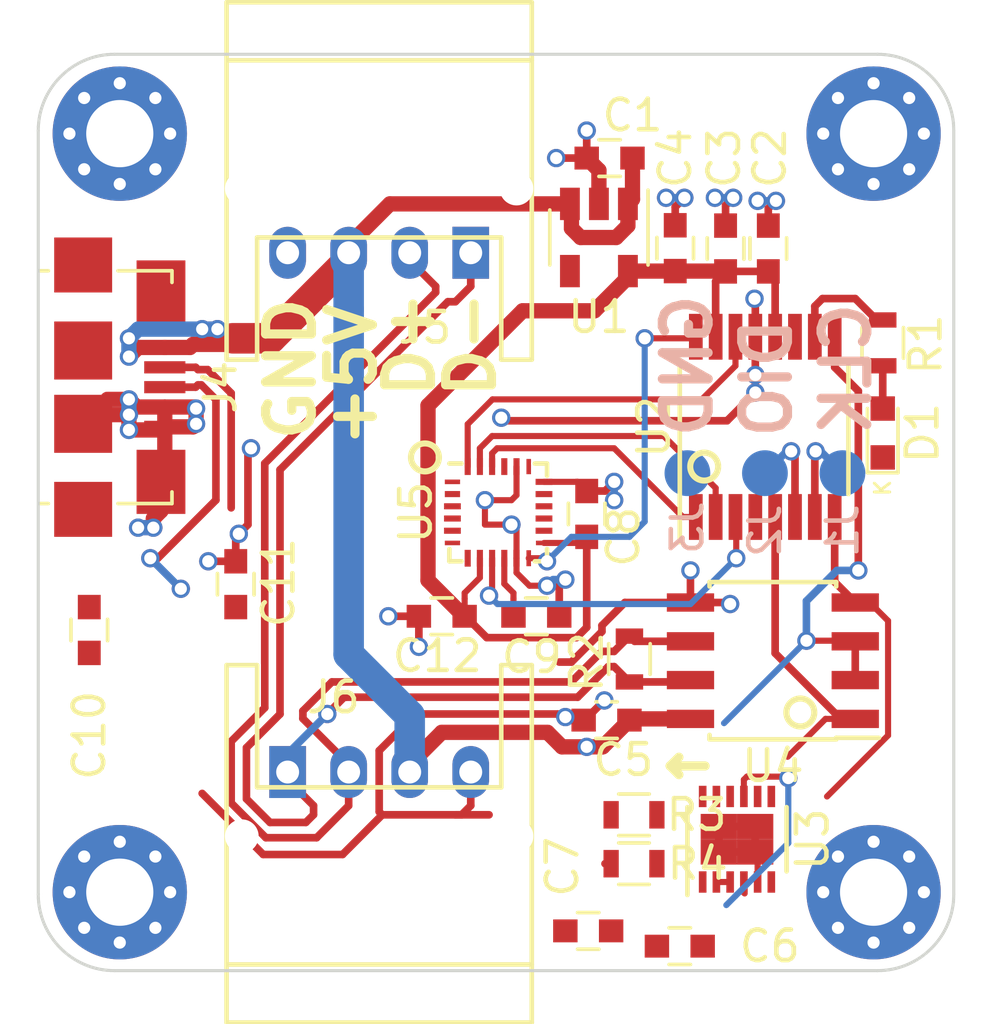
<source format=kicad_pcb>
(kicad_pcb (version 4) (host pcbnew 4.0.7)

  (general
    (links 97)
    (no_connects 13)
    (area 169.878262 109.951648 199.978264 140.05165)
    (thickness 1.6)
    (drawings 144)
    (tracks 361)
    (zones 0)
    (modules 32)
    (nets 26)
  )

  (page A4)
  (layers
    (0 F.Cu signal)
    (31 B.Cu signal)
    (32 B.Adhes user hide)
    (33 F.Adhes user hide)
    (34 B.Paste user hide)
    (35 F.Paste user hide)
    (36 B.SilkS user)
    (37 F.SilkS user)
    (38 B.Mask user)
    (39 F.Mask user)
    (40 Dwgs.User user hide)
    (41 Cmts.User user hide)
    (42 Eco1.User user hide)
    (43 Eco2.User user hide)
    (44 Edge.Cuts user)
    (45 Margin user hide)
    (46 B.CrtYd user hide)
    (47 F.CrtYd user hide)
    (48 B.Fab user hide)
    (49 F.Fab user hide)
  )

  (setup
    (last_trace_width 0.25)
    (user_trace_width 0.2)
    (user_trace_width 0.25)
    (user_trace_width 0.5)
    (user_trace_width 1)
    (trace_clearance 0.1524)
    (zone_clearance 0.25)
    (zone_45_only no)
    (trace_min 0.2)
    (segment_width 0.2)
    (edge_width 0.15)
    (via_size 0.6)
    (via_drill 0.4)
    (via_min_size 0.4)
    (via_min_drill 0.3)
    (uvia_size 0.3)
    (uvia_drill 0.1)
    (uvias_allowed no)
    (uvia_min_size 0.2)
    (uvia_min_drill 0.1)
    (pcb_text_width 0.3)
    (pcb_text_size 1.5 1.5)
    (mod_edge_width 0.15)
    (mod_text_size 1 1)
    (mod_text_width 0.15)
    (pad_size 0.525 0.15)
    (pad_drill 0)
    (pad_to_mask_clearance 0.2)
    (aux_axis_origin 0 0)
    (visible_elements FFFFFF7F)
    (pcbplotparams
      (layerselection 0x01020_00000001)
      (usegerberextensions false)
      (excludeedgelayer true)
      (linewidth 0.100000)
      (plotframeref false)
      (viasonmask false)
      (mode 1)
      (useauxorigin false)
      (hpglpennumber 1)
      (hpglpenspeed 20)
      (hpglpendiameter 15)
      (hpglpenoverlay 2)
      (psnegative false)
      (psa4output false)
      (plotreference true)
      (plotvalue true)
      (plotinvisibletext false)
      (padsonsilk false)
      (subtractmaskfromsilk false)
      (outputformat 1)
      (mirror false)
      (drillshape 0)
      (scaleselection 1)
      (outputdirectory ""))
  )

  (net 0 "")
  (net 1 GND)
  (net 2 +5V)
  (net 3 +1V8)
  (net 4 +3V3)
  (net 5 "Net-(C9-Pad1)")
  (net 6 "Net-(D1-Pad2)")
  (net 7 /SWCLK)
  (net 8 /SWDIO)
  (net 9 /RX_485)
  (net 10 /TX_485)
  (net 11 /MOSI)
  (net 12 /MISO)
  (net 13 /INT)
  (net 14 /USBD-)
  (net 15 /USBD+)
  (net 16 /485+)
  (net 17 /485-)
  (net 18 /D+)
  (net 19 /D-)
  (net 20 /~SS)
  (net 21 /DE/~RE)
  (net 22 /LED)
  (net 23 /SCK)
  (net 24 "Net-(U5-Pad7)")
  (net 25 "Net-(U5-Pad21)")

  (net_class Default "これは標準のネット クラスです。"
    (clearance 0.1524)
    (trace_width 0.25)
    (via_dia 0.6)
    (via_drill 0.4)
    (uvia_dia 0.3)
    (uvia_drill 0.1)
    (add_net +1V8)
    (add_net +3V3)
    (add_net +5V)
    (add_net /485+)
    (add_net /485-)
    (add_net /D+)
    (add_net /D-)
    (add_net /DE/~RE)
    (add_net /INT)
    (add_net /LED)
    (add_net /MISO)
    (add_net /MOSI)
    (add_net /RX_485)
    (add_net /SCK)
    (add_net /SWCLK)
    (add_net /SWDIO)
    (add_net /TX_485)
    (add_net /USBD+)
    (add_net /USBD-)
    (add_net /~SS)
    (add_net GND)
    (add_net "Net-(C9-Pad1)")
    (add_net "Net-(D1-Pad2)")
    (add_net "Net-(U5-Pad21)")
    (add_net "Net-(U5-Pad7)")
  )

  (module Mounting_Holes:MountingHole_2.2mm_M2_Pad_Via (layer F.Cu) (tedit 5C599B51) (tstamp 5C57E100)
    (at 172.6 137.433274)
    (descr "Mounting Hole 2.2mm, M2")
    (tags "mounting hole 2.2mm m2")
    (attr virtual)
    (fp_text reference REF** (at 0 3.566726) (layer F.SilkS) hide
      (effects (font (size 1 1) (thickness 0.15)))
    )
    (fp_text value MountingHole_2.2mm_M2_Pad_Via (at 0 3.2) (layer F.Fab)
      (effects (font (size 1 1) (thickness 0.15)))
    )
    (fp_text user %R (at 0.3 0) (layer F.Fab)
      (effects (font (size 1 1) (thickness 0.15)))
    )
    (fp_circle (center 0 0) (end 2.2 0) (layer Cmts.User) (width 0.15))
    (fp_circle (center 0 0) (end 2.45 0) (layer F.CrtYd) (width 0.05))
    (pad 1 thru_hole circle (at 0 0) (size 4.4 4.4) (drill 2.2) (layers *.Cu *.Mask))
    (pad 1 thru_hole circle (at 1.65 0) (size 0.7 0.7) (drill 0.4) (layers *.Cu *.Mask))
    (pad 1 thru_hole circle (at 1.166726 1.166726) (size 0.7 0.7) (drill 0.4) (layers *.Cu *.Mask))
    (pad 1 thru_hole circle (at 0 1.65) (size 0.7 0.7) (drill 0.4) (layers *.Cu *.Mask))
    (pad 1 thru_hole circle (at -1.166726 1.166726) (size 0.7 0.7) (drill 0.4) (layers *.Cu *.Mask))
    (pad 1 thru_hole circle (at -1.65 0) (size 0.7 0.7) (drill 0.4) (layers *.Cu *.Mask))
    (pad 1 thru_hole circle (at -1.166726 -1.166726) (size 0.7 0.7) (drill 0.4) (layers *.Cu *.Mask))
    (pad 1 thru_hole circle (at 0 -1.65) (size 0.7 0.7) (drill 0.4) (layers *.Cu *.Mask))
    (pad 1 thru_hole circle (at 1.166726 -1.166726) (size 0.7 0.7) (drill 0.4) (layers *.Cu *.Mask))
  )

  (module Mounting_Holes:MountingHole_2.2mm_M2_Pad_Via (layer F.Cu) (tedit 5C599B4D) (tstamp 5C57E0F3)
    (at 197.3 137.433274)
    (descr "Mounting Hole 2.2mm, M2")
    (tags "mounting hole 2.2mm m2")
    (attr virtual)
    (fp_text reference REF** (at 0 3.666726) (layer F.SilkS) hide
      (effects (font (size 1 1) (thickness 0.15)))
    )
    (fp_text value MountingHole_2.2mm_M2_Pad_Via (at 0 3.2) (layer F.Fab)
      (effects (font (size 1 1) (thickness 0.15)))
    )
    (fp_text user %R (at 0.3 0) (layer F.Fab)
      (effects (font (size 1 1) (thickness 0.15)))
    )
    (fp_circle (center 0 0) (end 2.2 0) (layer Cmts.User) (width 0.15))
    (fp_circle (center 0 0) (end 2.45 0) (layer F.CrtYd) (width 0.05))
    (pad 1 thru_hole circle (at 0 0) (size 4.4 4.4) (drill 2.2) (layers *.Cu *.Mask))
    (pad 1 thru_hole circle (at 1.65 0) (size 0.7 0.7) (drill 0.4) (layers *.Cu *.Mask))
    (pad 1 thru_hole circle (at 1.166726 1.166726) (size 0.7 0.7) (drill 0.4) (layers *.Cu *.Mask))
    (pad 1 thru_hole circle (at 0 1.65) (size 0.7 0.7) (drill 0.4) (layers *.Cu *.Mask))
    (pad 1 thru_hole circle (at -1.166726 1.166726) (size 0.7 0.7) (drill 0.4) (layers *.Cu *.Mask))
    (pad 1 thru_hole circle (at -1.65 0) (size 0.7 0.7) (drill 0.4) (layers *.Cu *.Mask))
    (pad 1 thru_hole circle (at -1.166726 -1.166726) (size 0.7 0.7) (drill 0.4) (layers *.Cu *.Mask))
    (pad 1 thru_hole circle (at 0 -1.65) (size 0.7 0.7) (drill 0.4) (layers *.Cu *.Mask))
    (pad 1 thru_hole circle (at 1.166726 -1.166726) (size 0.7 0.7) (drill 0.4) (layers *.Cu *.Mask))
  )

  (module Mounting_Holes:MountingHole_2.2mm_M2_Pad_Via (layer F.Cu) (tedit 5C599B47) (tstamp 5C57E0D9)
    (at 172.6 112.6)
    (descr "Mounting Hole 2.2mm, M2")
    (tags "mounting hole 2.2mm m2")
    (attr virtual)
    (fp_text reference REF** (at 0 -3.2) (layer F.SilkS) hide
      (effects (font (size 1 1) (thickness 0.15)))
    )
    (fp_text value MountingHole_2.2mm_M2_Pad_Via (at 0 3.2) (layer F.Fab)
      (effects (font (size 1 1) (thickness 0.15)))
    )
    (fp_text user %R (at 0.3 0) (layer F.Fab)
      (effects (font (size 1 1) (thickness 0.15)))
    )
    (fp_circle (center 0 0) (end 2.2 0) (layer Cmts.User) (width 0.15))
    (fp_circle (center 0 0) (end 2.45 0) (layer F.CrtYd) (width 0.05))
    (pad 1 thru_hole circle (at 0 0) (size 4.4 4.4) (drill 2.2) (layers *.Cu *.Mask))
    (pad 1 thru_hole circle (at 1.65 0) (size 0.7 0.7) (drill 0.4) (layers *.Cu *.Mask))
    (pad 1 thru_hole circle (at 1.166726 1.166726) (size 0.7 0.7) (drill 0.4) (layers *.Cu *.Mask))
    (pad 1 thru_hole circle (at 0 1.65) (size 0.7 0.7) (drill 0.4) (layers *.Cu *.Mask))
    (pad 1 thru_hole circle (at -1.166726 1.166726) (size 0.7 0.7) (drill 0.4) (layers *.Cu *.Mask))
    (pad 1 thru_hole circle (at -1.65 0) (size 0.7 0.7) (drill 0.4) (layers *.Cu *.Mask))
    (pad 1 thru_hole circle (at -1.166726 -1.166726) (size 0.7 0.7) (drill 0.4) (layers *.Cu *.Mask))
    (pad 1 thru_hole circle (at 0 -1.65) (size 0.7 0.7) (drill 0.4) (layers *.Cu *.Mask))
    (pad 1 thru_hole circle (at 1.166726 -1.166726) (size 0.7 0.7) (drill 0.4) (layers *.Cu *.Mask))
  )

  (module Capacitors_SMD:C_0603 (layer F.Cu) (tedit 59958EE7) (tstamp 5C47C8DF)
    (at 176.4 127.35 90)
    (descr "Capacitor SMD 0603, reflow soldering, AVX (see smccp.pdf)")
    (tags "capacitor 0603")
    (path /5C471A23)
    (attr smd)
    (fp_text reference C11 (at 0.05 1.4 270) (layer F.SilkS)
      (effects (font (size 1 1) (thickness 0.15)))
    )
    (fp_text value 47p (at 0 1.5 90) (layer F.Fab)
      (effects (font (size 1 1) (thickness 0.15)))
    )
    (fp_line (start 1.4 0.65) (end -1.4 0.65) (layer F.CrtYd) (width 0.05))
    (fp_line (start 1.4 0.65) (end 1.4 -0.65) (layer F.CrtYd) (width 0.05))
    (fp_line (start -1.4 -0.65) (end -1.4 0.65) (layer F.CrtYd) (width 0.05))
    (fp_line (start -1.4 -0.65) (end 1.4 -0.65) (layer F.CrtYd) (width 0.05))
    (fp_line (start 0.35 0.6) (end -0.35 0.6) (layer F.SilkS) (width 0.12))
    (fp_line (start -0.35 -0.6) (end 0.35 -0.6) (layer F.SilkS) (width 0.12))
    (fp_line (start -0.8 -0.4) (end 0.8 -0.4) (layer F.Fab) (width 0.1))
    (fp_line (start 0.8 -0.4) (end 0.8 0.4) (layer F.Fab) (width 0.1))
    (fp_line (start 0.8 0.4) (end -0.8 0.4) (layer F.Fab) (width 0.1))
    (fp_line (start -0.8 0.4) (end -0.8 -0.4) (layer F.Fab) (width 0.1))
    (fp_text user %R (at 0 0 90) (layer F.Fab)
      (effects (font (size 0.3 0.3) (thickness 0.075)))
    )
    (pad 2 smd rect (at 0.75 0 90) (size 0.8 0.75) (layers F.Cu F.Paste F.Mask)
      (net 1 GND))
    (pad 1 smd rect (at -0.75 0 90) (size 0.8 0.75) (layers F.Cu F.Paste F.Mask)
      (net 15 /USBD+))
    (model Capacitors_SMD.3dshapes/C_0603.wrl
      (at (xyz 0 0 0))
      (scale (xyz 1 1 1))
      (rotate (xyz 0 0 0))
    )
  )

  (module Housings_SSOP:TSSOP-16_4.4x5mm_Pitch0.65mm (layer F.Cu) (tedit 54130A77) (tstamp 5C47CB0E)
    (at 193.75 122.2 90)
    (descr "16-Lead Plastic Thin Shrink Small Outline (ST)-4.4 mm Body [TSSOP] (see Microchip Packaging Specification 00000049BS.pdf)")
    (tags "SSOP 0.65")
    (path /5C46E023)
    (attr smd)
    (fp_text reference U2 (at 0 -3.65 90) (layer F.SilkS)
      (effects (font (size 1 1) (thickness 0.15)))
    )
    (fp_text value LPC802M001JDH16 (at 0 3.55 90) (layer F.Fab)
      (effects (font (size 1 1) (thickness 0.15)))
    )
    (fp_line (start -1.2 -2.5) (end 2.2 -2.5) (layer F.Fab) (width 0.15))
    (fp_line (start 2.2 -2.5) (end 2.2 2.5) (layer F.Fab) (width 0.15))
    (fp_line (start 2.2 2.5) (end -2.2 2.5) (layer F.Fab) (width 0.15))
    (fp_line (start -2.2 2.5) (end -2.2 -1.5) (layer F.Fab) (width 0.15))
    (fp_line (start -2.2 -1.5) (end -1.2 -2.5) (layer F.Fab) (width 0.15))
    (fp_line (start -3.95 -2.9) (end -3.95 2.8) (layer F.CrtYd) (width 0.05))
    (fp_line (start 3.95 -2.9) (end 3.95 2.8) (layer F.CrtYd) (width 0.05))
    (fp_line (start -3.95 -2.9) (end 3.95 -2.9) (layer F.CrtYd) (width 0.05))
    (fp_line (start -3.95 2.8) (end 3.95 2.8) (layer F.CrtYd) (width 0.05))
    (fp_line (start -2.2 2.725) (end 2.2 2.725) (layer F.SilkS) (width 0.15))
    (fp_line (start -3.775 -2.8) (end 2.2 -2.8) (layer F.SilkS) (width 0.15))
    (fp_text user %R (at 0 0 90) (layer F.Fab)
      (effects (font (size 0.8 0.8) (thickness 0.15)))
    )
    (pad 1 smd rect (at -2.95 -2.275 90) (size 1.5 0.45) (layers F.Cu F.Paste F.Mask)
      (net 20 /~SS))
    (pad 2 smd rect (at -2.95 -1.625 90) (size 1.5 0.45) (layers F.Cu F.Paste F.Mask)
      (net 23 /SCK))
    (pad 3 smd rect (at -2.95 -0.975 90) (size 1.5 0.45) (layers F.Cu F.Paste F.Mask)
      (net 12 /MISO))
    (pad 4 smd rect (at -2.95 -0.325 90) (size 1.5 0.45) (layers F.Cu F.Paste F.Mask))
    (pad 5 smd rect (at -2.95 0.325 90) (size 1.5 0.45) (layers F.Cu F.Paste F.Mask)
      (net 9 /RX_485))
    (pad 6 smd rect (at -2.95 0.975 90) (size 1.5 0.45) (layers F.Cu F.Paste F.Mask)
      (net 8 /SWDIO))
    (pad 7 smd rect (at -2.95 1.625 90) (size 1.5 0.45) (layers F.Cu F.Paste F.Mask)
      (net 7 /SWCLK))
    (pad 8 smd rect (at -2.95 2.275 90) (size 1.5 0.45) (layers F.Cu F.Paste F.Mask)
      (net 10 /TX_485))
    (pad 9 smd rect (at 2.95 2.275 90) (size 1.5 0.45) (layers F.Cu F.Paste F.Mask)
      (net 21 /DE/~RE))
    (pad 10 smd rect (at 2.95 1.625 90) (size 1.5 0.45) (layers F.Cu F.Paste F.Mask)
      (net 22 /LED))
    (pad 11 smd rect (at 2.95 0.975 90) (size 1.5 0.45) (layers F.Cu F.Paste F.Mask))
    (pad 12 smd rect (at 2.95 0.325 90) (size 1.5 0.45) (layers F.Cu F.Paste F.Mask)
      (net 3 +1V8))
    (pad 13 smd rect (at 2.95 -0.325 90) (size 1.5 0.45) (layers F.Cu F.Paste F.Mask)
      (net 1 GND))
    (pad 14 smd rect (at 2.95 -0.975 90) (size 1.5 0.45) (layers F.Cu F.Paste F.Mask)
      (net 11 /MOSI))
    (pad 15 smd rect (at 2.95 -1.625 90) (size 1.5 0.45) (layers F.Cu F.Paste F.Mask)
      (net 3 +1V8))
    (pad 16 smd rect (at 2.95 -2.275 90) (size 1.5 0.45) (layers F.Cu F.Paste F.Mask)
      (net 13 /INT))
    (model ${KISYS3DMOD}/Housings_SSOP.3dshapes/TSSOP-16_4.4x5mm_Pitch0.65mm.wrl
      (at (xyz 0 0 0))
      (scale (xyz 1 1 1))
      (rotate (xyz 0 0 0))
    )
  )

  (module Capacitors_SMD:C_0603 (layer F.Cu) (tedit 59958EE7) (tstamp 5C47C846)
    (at 188.65 113.4 180)
    (descr "Capacitor SMD 0603, reflow soldering, AVX (see smccp.pdf)")
    (tags "capacitor 0603")
    (path /5C473B3C)
    (attr smd)
    (fp_text reference C1 (at -0.75 1.4 180) (layer F.SilkS)
      (effects (font (size 1 1) (thickness 0.15)))
    )
    (fp_text value 1u (at 0 1.5 180) (layer F.Fab)
      (effects (font (size 1 1) (thickness 0.15)))
    )
    (fp_line (start 1.4 0.65) (end -1.4 0.65) (layer F.CrtYd) (width 0.05))
    (fp_line (start 1.4 0.65) (end 1.4 -0.65) (layer F.CrtYd) (width 0.05))
    (fp_line (start -1.4 -0.65) (end -1.4 0.65) (layer F.CrtYd) (width 0.05))
    (fp_line (start -1.4 -0.65) (end 1.4 -0.65) (layer F.CrtYd) (width 0.05))
    (fp_line (start 0.35 0.6) (end -0.35 0.6) (layer F.SilkS) (width 0.12))
    (fp_line (start -0.35 -0.6) (end 0.35 -0.6) (layer F.SilkS) (width 0.12))
    (fp_line (start -0.8 -0.4) (end 0.8 -0.4) (layer F.Fab) (width 0.1))
    (fp_line (start 0.8 -0.4) (end 0.8 0.4) (layer F.Fab) (width 0.1))
    (fp_line (start 0.8 0.4) (end -0.8 0.4) (layer F.Fab) (width 0.1))
    (fp_line (start -0.8 0.4) (end -0.8 -0.4) (layer F.Fab) (width 0.1))
    (fp_text user %R (at 0 0 180) (layer F.Fab)
      (effects (font (size 0.3 0.3) (thickness 0.075)))
    )
    (pad 2 smd rect (at 0.75 0 180) (size 0.8 0.75) (layers F.Cu F.Paste F.Mask)
      (net 1 GND))
    (pad 1 smd rect (at -0.75 0 180) (size 0.8 0.75) (layers F.Cu F.Paste F.Mask)
      (net 2 +5V))
    (model Capacitors_SMD.3dshapes/C_0603.wrl
      (at (xyz 0 0 0))
      (scale (xyz 1 1 1))
      (rotate (xyz 0 0 0))
    )
  )

  (module Capacitors_SMD:C_0603 (layer F.Cu) (tedit 59958EE7) (tstamp 5C47C857)
    (at 193.85 116.3605 90)
    (descr "Capacitor SMD 0603, reflow soldering, AVX (see smccp.pdf)")
    (tags "capacitor 0603")
    (path /5C47624E)
    (attr smd)
    (fp_text reference C2 (at 2.9605 0.05 90) (layer F.SilkS)
      (effects (font (size 1 1) (thickness 0.15)))
    )
    (fp_text value 0.01u (at 0 1.5 90) (layer F.Fab)
      (effects (font (size 1 1) (thickness 0.15)))
    )
    (fp_line (start 1.4 0.65) (end -1.4 0.65) (layer F.CrtYd) (width 0.05))
    (fp_line (start 1.4 0.65) (end 1.4 -0.65) (layer F.CrtYd) (width 0.05))
    (fp_line (start -1.4 -0.65) (end -1.4 0.65) (layer F.CrtYd) (width 0.05))
    (fp_line (start -1.4 -0.65) (end 1.4 -0.65) (layer F.CrtYd) (width 0.05))
    (fp_line (start 0.35 0.6) (end -0.35 0.6) (layer F.SilkS) (width 0.12))
    (fp_line (start -0.35 -0.6) (end 0.35 -0.6) (layer F.SilkS) (width 0.12))
    (fp_line (start -0.8 -0.4) (end 0.8 -0.4) (layer F.Fab) (width 0.1))
    (fp_line (start 0.8 -0.4) (end 0.8 0.4) (layer F.Fab) (width 0.1))
    (fp_line (start 0.8 0.4) (end -0.8 0.4) (layer F.Fab) (width 0.1))
    (fp_line (start -0.8 0.4) (end -0.8 -0.4) (layer F.Fab) (width 0.1))
    (fp_text user %R (at 0 0 90) (layer F.Fab)
      (effects (font (size 0.3 0.3) (thickness 0.075)))
    )
    (pad 2 smd rect (at 0.75 0 90) (size 0.8 0.75) (layers F.Cu F.Paste F.Mask)
      (net 1 GND))
    (pad 1 smd rect (at -0.75 0 90) (size 0.8 0.75) (layers F.Cu F.Paste F.Mask)
      (net 3 +1V8))
    (model Capacitors_SMD.3dshapes/C_0603.wrl
      (at (xyz 0 0 0))
      (scale (xyz 1 1 1))
      (rotate (xyz 0 0 0))
    )
  )

  (module Capacitors_SMD:C_0603 (layer F.Cu) (tedit 59958EE7) (tstamp 5C47C868)
    (at 192.45 116.3605 90)
    (descr "Capacitor SMD 0603, reflow soldering, AVX (see smccp.pdf)")
    (tags "capacitor 0603")
    (path /5C4761B6)
    (attr smd)
    (fp_text reference C3 (at 2.9605 -0.05 90) (layer F.SilkS)
      (effects (font (size 1 1) (thickness 0.15)))
    )
    (fp_text value 0.1u (at 0 1.5 90) (layer F.Fab)
      (effects (font (size 1 1) (thickness 0.15)))
    )
    (fp_line (start 1.4 0.65) (end -1.4 0.65) (layer F.CrtYd) (width 0.05))
    (fp_line (start 1.4 0.65) (end 1.4 -0.65) (layer F.CrtYd) (width 0.05))
    (fp_line (start -1.4 -0.65) (end -1.4 0.65) (layer F.CrtYd) (width 0.05))
    (fp_line (start -1.4 -0.65) (end 1.4 -0.65) (layer F.CrtYd) (width 0.05))
    (fp_line (start 0.35 0.6) (end -0.35 0.6) (layer F.SilkS) (width 0.12))
    (fp_line (start -0.35 -0.6) (end 0.35 -0.6) (layer F.SilkS) (width 0.12))
    (fp_line (start -0.8 -0.4) (end 0.8 -0.4) (layer F.Fab) (width 0.1))
    (fp_line (start 0.8 -0.4) (end 0.8 0.4) (layer F.Fab) (width 0.1))
    (fp_line (start 0.8 0.4) (end -0.8 0.4) (layer F.Fab) (width 0.1))
    (fp_line (start -0.8 0.4) (end -0.8 -0.4) (layer F.Fab) (width 0.1))
    (fp_text user %R (at 0 0 90) (layer F.Fab)
      (effects (font (size 0.3 0.3) (thickness 0.075)))
    )
    (pad 2 smd rect (at 0.75 0 90) (size 0.8 0.75) (layers F.Cu F.Paste F.Mask)
      (net 1 GND))
    (pad 1 smd rect (at -0.75 0 90) (size 0.8 0.75) (layers F.Cu F.Paste F.Mask)
      (net 3 +1V8))
    (model Capacitors_SMD.3dshapes/C_0603.wrl
      (at (xyz 0 0 0))
      (scale (xyz 1 1 1))
      (rotate (xyz 0 0 0))
    )
  )

  (module Capacitors_SMD:C_0603 (layer F.Cu) (tedit 59958EE7) (tstamp 5C47C879)
    (at 190.8 116.35 90)
    (descr "Capacitor SMD 0603, reflow soldering, AVX (see smccp.pdf)")
    (tags "capacitor 0603")
    (path /5C473CC7)
    (attr smd)
    (fp_text reference C4 (at 2.95 0 90) (layer F.SilkS)
      (effects (font (size 1 1) (thickness 0.15)))
    )
    (fp_text value 1u (at 0 1.5 90) (layer F.Fab)
      (effects (font (size 1 1) (thickness 0.15)))
    )
    (fp_line (start 1.4 0.65) (end -1.4 0.65) (layer F.CrtYd) (width 0.05))
    (fp_line (start 1.4 0.65) (end 1.4 -0.65) (layer F.CrtYd) (width 0.05))
    (fp_line (start -1.4 -0.65) (end -1.4 0.65) (layer F.CrtYd) (width 0.05))
    (fp_line (start -1.4 -0.65) (end 1.4 -0.65) (layer F.CrtYd) (width 0.05))
    (fp_line (start 0.35 0.6) (end -0.35 0.6) (layer F.SilkS) (width 0.12))
    (fp_line (start -0.35 -0.6) (end 0.35 -0.6) (layer F.SilkS) (width 0.12))
    (fp_line (start -0.8 -0.4) (end 0.8 -0.4) (layer F.Fab) (width 0.1))
    (fp_line (start 0.8 -0.4) (end 0.8 0.4) (layer F.Fab) (width 0.1))
    (fp_line (start 0.8 0.4) (end -0.8 0.4) (layer F.Fab) (width 0.1))
    (fp_line (start -0.8 0.4) (end -0.8 -0.4) (layer F.Fab) (width 0.1))
    (fp_text user %R (at 0 0 90) (layer F.Fab)
      (effects (font (size 0.3 0.3) (thickness 0.075)))
    )
    (pad 2 smd rect (at 0.75 0 90) (size 0.8 0.75) (layers F.Cu F.Paste F.Mask)
      (net 1 GND))
    (pad 1 smd rect (at -0.75 0 90) (size 0.8 0.75) (layers F.Cu F.Paste F.Mask)
      (net 3 +1V8))
    (model Capacitors_SMD.3dshapes/C_0603.wrl
      (at (xyz 0 0 0))
      (scale (xyz 1 1 1))
      (rotate (xyz 0 0 0))
    )
  )

  (module Capacitors_SMD:C_0603 (layer F.Cu) (tedit 59958EE7) (tstamp 5C47C88A)
    (at 190.95 139.2)
    (descr "Capacitor SMD 0603, reflow soldering, AVX (see smccp.pdf)")
    (tags "capacitor 0603")
    (path /5C472929)
    (attr smd)
    (fp_text reference C6 (at 2.95 0) (layer F.SilkS)
      (effects (font (size 1 1) (thickness 0.15)))
    )
    (fp_text value 0.01u (at 0 1.5) (layer F.Fab)
      (effects (font (size 1 1) (thickness 0.15)))
    )
    (fp_line (start 1.4 0.65) (end -1.4 0.65) (layer F.CrtYd) (width 0.05))
    (fp_line (start 1.4 0.65) (end 1.4 -0.65) (layer F.CrtYd) (width 0.05))
    (fp_line (start -1.4 -0.65) (end -1.4 0.65) (layer F.CrtYd) (width 0.05))
    (fp_line (start -1.4 -0.65) (end 1.4 -0.65) (layer F.CrtYd) (width 0.05))
    (fp_line (start 0.35 0.6) (end -0.35 0.6) (layer F.SilkS) (width 0.12))
    (fp_line (start -0.35 -0.6) (end 0.35 -0.6) (layer F.SilkS) (width 0.12))
    (fp_line (start -0.8 -0.4) (end 0.8 -0.4) (layer F.Fab) (width 0.1))
    (fp_line (start 0.8 -0.4) (end 0.8 0.4) (layer F.Fab) (width 0.1))
    (fp_line (start 0.8 0.4) (end -0.8 0.4) (layer F.Fab) (width 0.1))
    (fp_line (start -0.8 0.4) (end -0.8 -0.4) (layer F.Fab) (width 0.1))
    (fp_text user %R (at 0 0) (layer F.Fab)
      (effects (font (size 0.3 0.3) (thickness 0.075)))
    )
    (pad 2 smd rect (at 0.75 0) (size 0.8 0.75) (layers F.Cu F.Paste F.Mask)
      (net 1 GND))
    (pad 1 smd rect (at -0.75 0) (size 0.8 0.75) (layers F.Cu F.Paste F.Mask)
      (net 2 +5V))
    (model Capacitors_SMD.3dshapes/C_0603.wrl
      (at (xyz 0 0 0))
      (scale (xyz 1 1 1))
      (rotate (xyz 0 0 0))
    )
  )

  (module Capacitors_SMD:C_0603 (layer F.Cu) (tedit 59958EE7) (tstamp 5C47C89B)
    (at 187.95 138.7 180)
    (descr "Capacitor SMD 0603, reflow soldering, AVX (see smccp.pdf)")
    (tags "capacitor 0603")
    (path /5C472340)
    (attr smd)
    (fp_text reference C7 (at 0.85 2.1 450) (layer F.SilkS)
      (effects (font (size 1 1) (thickness 0.15)))
    )
    (fp_text value 0.1u (at 0 1.5 180) (layer F.Fab)
      (effects (font (size 1 1) (thickness 0.15)))
    )
    (fp_line (start 1.4 0.65) (end -1.4 0.65) (layer F.CrtYd) (width 0.05))
    (fp_line (start 1.4 0.65) (end 1.4 -0.65) (layer F.CrtYd) (width 0.05))
    (fp_line (start -1.4 -0.65) (end -1.4 0.65) (layer F.CrtYd) (width 0.05))
    (fp_line (start -1.4 -0.65) (end 1.4 -0.65) (layer F.CrtYd) (width 0.05))
    (fp_line (start 0.35 0.6) (end -0.35 0.6) (layer F.SilkS) (width 0.12))
    (fp_line (start -0.35 -0.6) (end 0.35 -0.6) (layer F.SilkS) (width 0.12))
    (fp_line (start -0.8 -0.4) (end 0.8 -0.4) (layer F.Fab) (width 0.1))
    (fp_line (start 0.8 -0.4) (end 0.8 0.4) (layer F.Fab) (width 0.1))
    (fp_line (start 0.8 0.4) (end -0.8 0.4) (layer F.Fab) (width 0.1))
    (fp_line (start -0.8 0.4) (end -0.8 -0.4) (layer F.Fab) (width 0.1))
    (fp_text user %R (at 0 0 180) (layer F.Fab)
      (effects (font (size 0.3 0.3) (thickness 0.075)))
    )
    (pad 2 smd rect (at 0.75 0 180) (size 0.8 0.75) (layers F.Cu F.Paste F.Mask)
      (net 1 GND))
    (pad 1 smd rect (at -0.75 0 180) (size 0.8 0.75) (layers F.Cu F.Paste F.Mask)
      (net 4 +3V3))
    (model Capacitors_SMD.3dshapes/C_0603.wrl
      (at (xyz 0 0 0))
      (scale (xyz 1 1 1))
      (rotate (xyz 0 0 0))
    )
  )

  (module Capacitors_SMD:C_0603 (layer F.Cu) (tedit 59958EE7) (tstamp 5C47C8AC)
    (at 187.9 125.05 90)
    (descr "Capacitor SMD 0603, reflow soldering, AVX (see smccp.pdf)")
    (tags "capacitor 0603")
    (path /5C4701ED)
    (attr smd)
    (fp_text reference C8 (at -0.75 1.2 90) (layer F.SilkS)
      (effects (font (size 1 1) (thickness 0.15)))
    )
    (fp_text value 0.1u (at 0 1.5 90) (layer F.Fab)
      (effects (font (size 1 1) (thickness 0.15)))
    )
    (fp_line (start 1.4 0.65) (end -1.4 0.65) (layer F.CrtYd) (width 0.05))
    (fp_line (start 1.4 0.65) (end 1.4 -0.65) (layer F.CrtYd) (width 0.05))
    (fp_line (start -1.4 -0.65) (end -1.4 0.65) (layer F.CrtYd) (width 0.05))
    (fp_line (start -1.4 -0.65) (end 1.4 -0.65) (layer F.CrtYd) (width 0.05))
    (fp_line (start 0.35 0.6) (end -0.35 0.6) (layer F.SilkS) (width 0.12))
    (fp_line (start -0.35 -0.6) (end 0.35 -0.6) (layer F.SilkS) (width 0.12))
    (fp_line (start -0.8 -0.4) (end 0.8 -0.4) (layer F.Fab) (width 0.1))
    (fp_line (start 0.8 -0.4) (end 0.8 0.4) (layer F.Fab) (width 0.1))
    (fp_line (start 0.8 0.4) (end -0.8 0.4) (layer F.Fab) (width 0.1))
    (fp_line (start -0.8 0.4) (end -0.8 -0.4) (layer F.Fab) (width 0.1))
    (fp_text user %R (at 0 0 90) (layer F.Fab)
      (effects (font (size 0.3 0.3) (thickness 0.075)))
    )
    (pad 2 smd rect (at 0.75 0 90) (size 0.8 0.75) (layers F.Cu F.Paste F.Mask)
      (net 1 GND))
    (pad 1 smd rect (at -0.75 0 90) (size 0.8 0.75) (layers F.Cu F.Paste F.Mask)
      (net 3 +1V8))
    (model Capacitors_SMD.3dshapes/C_0603.wrl
      (at (xyz 0 0 0))
      (scale (xyz 1 1 1))
      (rotate (xyz 0 0 0))
    )
  )

  (module Capacitors_SMD:C_0603 (layer F.Cu) (tedit 59958EE7) (tstamp 5C47C8BD)
    (at 186.25 128.4)
    (descr "Capacitor SMD 0603, reflow soldering, AVX (see smccp.pdf)")
    (tags "capacitor 0603")
    (path /5C46FE82)
    (attr smd)
    (fp_text reference C9 (at -0.15 1.3335) (layer F.SilkS)
      (effects (font (size 1 1) (thickness 0.15)))
    )
    (fp_text value 0.1u (at 0 1.5) (layer F.Fab)
      (effects (font (size 1 1) (thickness 0.15)))
    )
    (fp_line (start 1.4 0.65) (end -1.4 0.65) (layer F.CrtYd) (width 0.05))
    (fp_line (start 1.4 0.65) (end 1.4 -0.65) (layer F.CrtYd) (width 0.05))
    (fp_line (start -1.4 -0.65) (end -1.4 0.65) (layer F.CrtYd) (width 0.05))
    (fp_line (start -1.4 -0.65) (end 1.4 -0.65) (layer F.CrtYd) (width 0.05))
    (fp_line (start 0.35 0.6) (end -0.35 0.6) (layer F.SilkS) (width 0.12))
    (fp_line (start -0.35 -0.6) (end 0.35 -0.6) (layer F.SilkS) (width 0.12))
    (fp_line (start -0.8 -0.4) (end 0.8 -0.4) (layer F.Fab) (width 0.1))
    (fp_line (start 0.8 -0.4) (end 0.8 0.4) (layer F.Fab) (width 0.1))
    (fp_line (start 0.8 0.4) (end -0.8 0.4) (layer F.Fab) (width 0.1))
    (fp_line (start -0.8 0.4) (end -0.8 -0.4) (layer F.Fab) (width 0.1))
    (fp_text user %R (at 0 0) (layer F.Fab)
      (effects (font (size 0.3 0.3) (thickness 0.075)))
    )
    (pad 2 smd rect (at 0.75 0) (size 0.8 0.75) (layers F.Cu F.Paste F.Mask)
      (net 1 GND))
    (pad 1 smd rect (at -0.75 0) (size 0.8 0.75) (layers F.Cu F.Paste F.Mask)
      (net 5 "Net-(C9-Pad1)"))
    (model Capacitors_SMD.3dshapes/C_0603.wrl
      (at (xyz 0 0 0))
      (scale (xyz 1 1 1))
      (rotate (xyz 0 0 0))
    )
  )

  (module Capacitors_SMD:C_0603 (layer F.Cu) (tedit 59958EE7) (tstamp 5C47C8CE)
    (at 171.6 128.85 270)
    (descr "Capacitor SMD 0603, reflow soldering, AVX (see smccp.pdf)")
    (tags "capacitor 0603")
    (path /5C4719D4)
    (attr smd)
    (fp_text reference C10 (at 3.45 0 270) (layer F.SilkS)
      (effects (font (size 1 1) (thickness 0.15)))
    )
    (fp_text value 47p (at 0 1.5 270) (layer F.Fab)
      (effects (font (size 1 1) (thickness 0.15)))
    )
    (fp_line (start 1.4 0.65) (end -1.4 0.65) (layer F.CrtYd) (width 0.05))
    (fp_line (start 1.4 0.65) (end 1.4 -0.65) (layer F.CrtYd) (width 0.05))
    (fp_line (start -1.4 -0.65) (end -1.4 0.65) (layer F.CrtYd) (width 0.05))
    (fp_line (start -1.4 -0.65) (end 1.4 -0.65) (layer F.CrtYd) (width 0.05))
    (fp_line (start 0.35 0.6) (end -0.35 0.6) (layer F.SilkS) (width 0.12))
    (fp_line (start -0.35 -0.6) (end 0.35 -0.6) (layer F.SilkS) (width 0.12))
    (fp_line (start -0.8 -0.4) (end 0.8 -0.4) (layer F.Fab) (width 0.1))
    (fp_line (start 0.8 -0.4) (end 0.8 0.4) (layer F.Fab) (width 0.1))
    (fp_line (start 0.8 0.4) (end -0.8 0.4) (layer F.Fab) (width 0.1))
    (fp_line (start -0.8 0.4) (end -0.8 -0.4) (layer F.Fab) (width 0.1))
    (fp_text user %R (at 0 0 270) (layer F.Fab)
      (effects (font (size 0.3 0.3) (thickness 0.075)))
    )
    (pad 2 smd rect (at 0.75 0 270) (size 0.8 0.75) (layers F.Cu F.Paste F.Mask)
      (net 1 GND))
    (pad 1 smd rect (at -0.75 0 270) (size 0.8 0.75) (layers F.Cu F.Paste F.Mask)
      (net 14 /USBD-))
    (model Capacitors_SMD.3dshapes/C_0603.wrl
      (at (xyz 0 0 0))
      (scale (xyz 1 1 1))
      (rotate (xyz 0 0 0))
    )
  )

  (module Capacitors_SMD:C_0603 (layer F.Cu) (tedit 59958EE7) (tstamp 5C47C8F0)
    (at 183.15 128.4 180)
    (descr "Capacitor SMD 0603, reflow soldering, AVX (see smccp.pdf)")
    (tags "capacitor 0603")
    (path /5C46FF7F)
    (attr smd)
    (fp_text reference C12 (at 0.15 -1.3 180) (layer F.SilkS)
      (effects (font (size 1 1) (thickness 0.15)))
    )
    (fp_text value 0.1u (at 0 1.5 180) (layer F.Fab)
      (effects (font (size 1 1) (thickness 0.15)))
    )
    (fp_line (start 1.4 0.65) (end -1.4 0.65) (layer F.CrtYd) (width 0.05))
    (fp_line (start 1.4 0.65) (end 1.4 -0.65) (layer F.CrtYd) (width 0.05))
    (fp_line (start -1.4 -0.65) (end -1.4 0.65) (layer F.CrtYd) (width 0.05))
    (fp_line (start -1.4 -0.65) (end 1.4 -0.65) (layer F.CrtYd) (width 0.05))
    (fp_line (start 0.35 0.6) (end -0.35 0.6) (layer F.SilkS) (width 0.12))
    (fp_line (start -0.35 -0.6) (end 0.35 -0.6) (layer F.SilkS) (width 0.12))
    (fp_line (start -0.8 -0.4) (end 0.8 -0.4) (layer F.Fab) (width 0.1))
    (fp_line (start 0.8 -0.4) (end 0.8 0.4) (layer F.Fab) (width 0.1))
    (fp_line (start 0.8 0.4) (end -0.8 0.4) (layer F.Fab) (width 0.1))
    (fp_line (start -0.8 0.4) (end -0.8 -0.4) (layer F.Fab) (width 0.1))
    (fp_text user %R (at 0 0 180) (layer F.Fab)
      (effects (font (size 0.3 0.3) (thickness 0.075)))
    )
    (pad 2 smd rect (at 0.75 0 180) (size 0.8 0.75) (layers F.Cu F.Paste F.Mask)
      (net 1 GND))
    (pad 1 smd rect (at -0.75 0 180) (size 0.8 0.75) (layers F.Cu F.Paste F.Mask)
      (net 3 +1V8))
    (model Capacitors_SMD.3dshapes/C_0603.wrl
      (at (xyz 0 0 0))
      (scale (xyz 1 1 1))
      (rotate (xyz 0 0 0))
    )
  )

  (module LEDs:LED_0603 (layer F.Cu) (tedit 57FE93A5) (tstamp 5C47C905)
    (at 197.6 122.4 90)
    (descr "LED 0603 smd package")
    (tags "LED led 0603 SMD smd SMT smt smdled SMDLED smtled SMTLED")
    (path /5C47C58F)
    (attr smd)
    (fp_text reference D1 (at 0 1.3 90) (layer F.SilkS)
      (effects (font (size 1 1) (thickness 0.15)))
    )
    (fp_text value LED (at 0 1.35 90) (layer F.Fab)
      (effects (font (size 1 1) (thickness 0.15)))
    )
    (fp_line (start -1.3 -0.5) (end -1.3 0.5) (layer F.SilkS) (width 0.12))
    (fp_line (start -0.2 -0.2) (end -0.2 0.2) (layer F.Fab) (width 0.1))
    (fp_line (start -0.15 0) (end 0.15 -0.2) (layer F.Fab) (width 0.1))
    (fp_line (start 0.15 0.2) (end -0.15 0) (layer F.Fab) (width 0.1))
    (fp_line (start 0.15 -0.2) (end 0.15 0.2) (layer F.Fab) (width 0.1))
    (fp_line (start 0.8 0.4) (end -0.8 0.4) (layer F.Fab) (width 0.1))
    (fp_line (start 0.8 -0.4) (end 0.8 0.4) (layer F.Fab) (width 0.1))
    (fp_line (start -0.8 -0.4) (end 0.8 -0.4) (layer F.Fab) (width 0.1))
    (fp_line (start -0.8 0.4) (end -0.8 -0.4) (layer F.Fab) (width 0.1))
    (fp_line (start -1.3 0.5) (end 0.8 0.5) (layer F.SilkS) (width 0.12))
    (fp_line (start -1.3 -0.5) (end 0.8 -0.5) (layer F.SilkS) (width 0.12))
    (fp_line (start 1.45 -0.65) (end 1.45 0.65) (layer F.CrtYd) (width 0.05))
    (fp_line (start 1.45 0.65) (end -1.45 0.65) (layer F.CrtYd) (width 0.05))
    (fp_line (start -1.45 0.65) (end -1.45 -0.65) (layer F.CrtYd) (width 0.05))
    (fp_line (start -1.45 -0.65) (end 1.45 -0.65) (layer F.CrtYd) (width 0.05))
    (pad 2 smd rect (at 0.8 0 270) (size 0.8 0.8) (layers F.Cu F.Paste F.Mask)
      (net 6 "Net-(D1-Pad2)"))
    (pad 1 smd rect (at -0.8 0 270) (size 0.8 0.8) (layers F.Cu F.Paste F.Mask)
      (net 1 GND))
    (model ${KISYS3DMOD}/LEDs.3dshapes/LED_0603.wrl
      (at (xyz 0 0 0))
      (scale (xyz 1 1 1))
      (rotate (xyz 0 0 180))
    )
  )

  (module Measurement_Points:Measurement_Point_Round-SMD-Pad_Small (layer B.Cu) (tedit 56C35ED0) (tstamp 5C47CA89)
    (at 196.28 123.715 90)
    (descr "Mesurement Point, Round, SMD Pad, DM 1.5mm,")
    (tags "Mesurement Point Round SMD Pad 1.5mm")
    (path /5C48179B)
    (attr virtual)
    (fp_text reference J1 (at -1.885 0 90) (layer B.SilkS)
      (effects (font (size 1 1) (thickness 0.15)) (justify mirror))
    )
    (fp_text value SWCLK (at 0 -2 90) (layer B.Fab)
      (effects (font (size 1 1) (thickness 0.15)) (justify mirror))
    )
    (fp_circle (center 0 0) (end 1 0) (layer B.CrtYd) (width 0.05))
    (pad 1 smd circle (at 0 0 90) (size 1.5 1.5) (layers B.Cu B.Mask)
      (net 7 /SWCLK))
  )

  (module Measurement_Points:Measurement_Point_Round-SMD-Pad_Small (layer B.Cu) (tedit 56C35ED0) (tstamp 5C47CA8F)
    (at 193.74 123.715 90)
    (descr "Mesurement Point, Round, SMD Pad, DM 1.5mm,")
    (tags "Mesurement Point Round SMD Pad 1.5mm")
    (path /5C4818AD)
    (attr virtual)
    (fp_text reference J2 (at -1.885 0 90) (layer B.SilkS)
      (effects (font (size 1 1) (thickness 0.15)) (justify mirror))
    )
    (fp_text value SWDIO (at 0 -2 90) (layer B.Fab)
      (effects (font (size 1 1) (thickness 0.15)) (justify mirror))
    )
    (fp_circle (center 0 0) (end 1 0) (layer B.CrtYd) (width 0.05))
    (pad 1 smd circle (at 0 0 90) (size 1.5 1.5) (layers B.Cu B.Mask)
      (net 8 /SWDIO))
  )

  (module Measurement_Points:Measurement_Point_Round-SMD-Pad_Small (layer B.Cu) (tedit 56C35ED0) (tstamp 5C47CA95)
    (at 191.2 123.715 90)
    (descr "Mesurement Point, Round, SMD Pad, DM 1.5mm,")
    (tags "Mesurement Point Round SMD Pad 1.5mm")
    (path /5C481A17)
    (attr virtual)
    (fp_text reference J3 (at -1.785 0 90) (layer B.SilkS)
      (effects (font (size 1 1) (thickness 0.15)) (justify mirror))
    )
    (fp_text value GND (at 0 -2 90) (layer B.Fab)
      (effects (font (size 1 1) (thickness 0.15)) (justify mirror))
    )
    (fp_circle (center 0 0) (end 1 0) (layer B.CrtYd) (width 0.05))
    (pad 1 smd circle (at 0 0 90) (size 1.5 1.5) (layers B.Cu B.Mask)
      (net 1 GND))
  )

  (module Resistors_SMD:R_0603 (layer F.Cu) (tedit 58E0A804) (tstamp 5C47CAA6)
    (at 197.6 119.45 270)
    (descr "Resistor SMD 0603, reflow soldering, Vishay (see dcrcw.pdf)")
    (tags "resistor 0603")
    (path /5C47C398)
    (attr smd)
    (fp_text reference R1 (at 0.05 -1.4 270) (layer F.SilkS)
      (effects (font (size 1 1) (thickness 0.15)))
    )
    (fp_text value 2k (at 0 1.5 270) (layer F.Fab)
      (effects (font (size 1 1) (thickness 0.15)))
    )
    (fp_text user %R (at 0 0 270) (layer F.Fab)
      (effects (font (size 0.4 0.4) (thickness 0.075)))
    )
    (fp_line (start -0.8 0.4) (end -0.8 -0.4) (layer F.Fab) (width 0.1))
    (fp_line (start 0.8 0.4) (end -0.8 0.4) (layer F.Fab) (width 0.1))
    (fp_line (start 0.8 -0.4) (end 0.8 0.4) (layer F.Fab) (width 0.1))
    (fp_line (start -0.8 -0.4) (end 0.8 -0.4) (layer F.Fab) (width 0.1))
    (fp_line (start 0.5 0.68) (end -0.5 0.68) (layer F.SilkS) (width 0.12))
    (fp_line (start -0.5 -0.68) (end 0.5 -0.68) (layer F.SilkS) (width 0.12))
    (fp_line (start -1.25 -0.7) (end 1.25 -0.7) (layer F.CrtYd) (width 0.05))
    (fp_line (start -1.25 -0.7) (end -1.25 0.7) (layer F.CrtYd) (width 0.05))
    (fp_line (start 1.25 0.7) (end 1.25 -0.7) (layer F.CrtYd) (width 0.05))
    (fp_line (start 1.25 0.7) (end -1.25 0.7) (layer F.CrtYd) (width 0.05))
    (pad 1 smd rect (at -0.75 0 270) (size 0.5 0.9) (layers F.Cu F.Paste F.Mask)
      (net 22 /LED))
    (pad 2 smd rect (at 0.75 0 270) (size 0.5 0.9) (layers F.Cu F.Paste F.Mask)
      (net 6 "Net-(D1-Pad2)"))
    (model ${KISYS3DMOD}/Resistors_SMD.3dshapes/R_0603.wrl
      (at (xyz 0 0 0))
      (scale (xyz 1 1 1))
      (rotate (xyz 0 0 0))
    )
  )

  (module Resistors_SMD:R_0603 (layer F.Cu) (tedit 58E0A804) (tstamp 5C47CAB7)
    (at 189.3 129.8 270)
    (descr "Resistor SMD 0603, reflow soldering, Vishay (see dcrcw.pdf)")
    (tags "resistor 0603")
    (path /5C4709EF)
    (attr smd)
    (fp_text reference R2 (at 0.1 1.4 270) (layer F.SilkS)
      (effects (font (size 1 1) (thickness 0.15)))
    )
    (fp_text value 120 (at 0 1.5 270) (layer F.Fab)
      (effects (font (size 1 1) (thickness 0.15)))
    )
    (fp_text user %R (at 0 0 270) (layer F.Fab)
      (effects (font (size 0.4 0.4) (thickness 0.075)))
    )
    (fp_line (start -0.8 0.4) (end -0.8 -0.4) (layer F.Fab) (width 0.1))
    (fp_line (start 0.8 0.4) (end -0.8 0.4) (layer F.Fab) (width 0.1))
    (fp_line (start 0.8 -0.4) (end 0.8 0.4) (layer F.Fab) (width 0.1))
    (fp_line (start -0.8 -0.4) (end 0.8 -0.4) (layer F.Fab) (width 0.1))
    (fp_line (start 0.5 0.68) (end -0.5 0.68) (layer F.SilkS) (width 0.12))
    (fp_line (start -0.5 -0.68) (end 0.5 -0.68) (layer F.SilkS) (width 0.12))
    (fp_line (start -1.25 -0.7) (end 1.25 -0.7) (layer F.CrtYd) (width 0.05))
    (fp_line (start -1.25 -0.7) (end -1.25 0.7) (layer F.CrtYd) (width 0.05))
    (fp_line (start 1.25 0.7) (end 1.25 -0.7) (layer F.CrtYd) (width 0.05))
    (fp_line (start 1.25 0.7) (end -1.25 0.7) (layer F.CrtYd) (width 0.05))
    (pad 1 smd rect (at -0.75 0 270) (size 0.5 0.9) (layers F.Cu F.Paste F.Mask)
      (net 16 /485+))
    (pad 2 smd rect (at 0.75 0 270) (size 0.5 0.9) (layers F.Cu F.Paste F.Mask)
      (net 17 /485-))
    (model ${KISYS3DMOD}/Resistors_SMD.3dshapes/R_0603.wrl
      (at (xyz 0 0 0))
      (scale (xyz 1 1 1))
      (rotate (xyz 0 0 0))
    )
  )

  (module Resistors_SMD:R_0603 (layer F.Cu) (tedit 58E0A804) (tstamp 5C47CAC8)
    (at 189.45 134.9 180)
    (descr "Resistor SMD 0603, reflow soldering, Vishay (see dcrcw.pdf)")
    (tags "resistor 0603")
    (path /5C471826)
    (attr smd)
    (fp_text reference R3 (at -2.05 0 360) (layer F.SilkS)
      (effects (font (size 1 1) (thickness 0.15)))
    )
    (fp_text value 27 (at 0 1.5 180) (layer F.Fab)
      (effects (font (size 1 1) (thickness 0.15)))
    )
    (fp_text user %R (at 0 0 180) (layer F.Fab)
      (effects (font (size 0.4 0.4) (thickness 0.075)))
    )
    (fp_line (start -0.8 0.4) (end -0.8 -0.4) (layer F.Fab) (width 0.1))
    (fp_line (start 0.8 0.4) (end -0.8 0.4) (layer F.Fab) (width 0.1))
    (fp_line (start 0.8 -0.4) (end 0.8 0.4) (layer F.Fab) (width 0.1))
    (fp_line (start -0.8 -0.4) (end 0.8 -0.4) (layer F.Fab) (width 0.1))
    (fp_line (start 0.5 0.68) (end -0.5 0.68) (layer F.SilkS) (width 0.12))
    (fp_line (start -0.5 -0.68) (end 0.5 -0.68) (layer F.SilkS) (width 0.12))
    (fp_line (start -1.25 -0.7) (end 1.25 -0.7) (layer F.CrtYd) (width 0.05))
    (fp_line (start -1.25 -0.7) (end -1.25 0.7) (layer F.CrtYd) (width 0.05))
    (fp_line (start 1.25 0.7) (end 1.25 -0.7) (layer F.CrtYd) (width 0.05))
    (fp_line (start 1.25 0.7) (end -1.25 0.7) (layer F.CrtYd) (width 0.05))
    (pad 1 smd rect (at -0.75 0 180) (size 0.5 0.9) (layers F.Cu F.Paste F.Mask)
      (net 18 /D+))
    (pad 2 smd rect (at 0.75 0 180) (size 0.5 0.9) (layers F.Cu F.Paste F.Mask)
      (net 15 /USBD+))
    (model ${KISYS3DMOD}/Resistors_SMD.3dshapes/R_0603.wrl
      (at (xyz 0 0 0))
      (scale (xyz 1 1 1))
      (rotate (xyz 0 0 0))
    )
  )

  (module Resistors_SMD:R_0603 (layer F.Cu) (tedit 58E0A804) (tstamp 5C47CAD9)
    (at 189.45 136.5 180)
    (descr "Resistor SMD 0603, reflow soldering, Vishay (see dcrcw.pdf)")
    (tags "resistor 0603")
    (path /5C4718D7)
    (attr smd)
    (fp_text reference R4 (at -2.0835 0 360) (layer F.SilkS)
      (effects (font (size 1 1) (thickness 0.15)))
    )
    (fp_text value 27 (at 0 1.5 180) (layer F.Fab)
      (effects (font (size 1 1) (thickness 0.15)))
    )
    (fp_text user %R (at 0 0 180) (layer F.Fab)
      (effects (font (size 0.4 0.4) (thickness 0.075)))
    )
    (fp_line (start -0.8 0.4) (end -0.8 -0.4) (layer F.Fab) (width 0.1))
    (fp_line (start 0.8 0.4) (end -0.8 0.4) (layer F.Fab) (width 0.1))
    (fp_line (start 0.8 -0.4) (end 0.8 0.4) (layer F.Fab) (width 0.1))
    (fp_line (start -0.8 -0.4) (end 0.8 -0.4) (layer F.Fab) (width 0.1))
    (fp_line (start 0.5 0.68) (end -0.5 0.68) (layer F.SilkS) (width 0.12))
    (fp_line (start -0.5 -0.68) (end 0.5 -0.68) (layer F.SilkS) (width 0.12))
    (fp_line (start -1.25 -0.7) (end 1.25 -0.7) (layer F.CrtYd) (width 0.05))
    (fp_line (start -1.25 -0.7) (end -1.25 0.7) (layer F.CrtYd) (width 0.05))
    (fp_line (start 1.25 0.7) (end 1.25 -0.7) (layer F.CrtYd) (width 0.05))
    (fp_line (start 1.25 0.7) (end -1.25 0.7) (layer F.CrtYd) (width 0.05))
    (pad 1 smd rect (at -0.75 0 180) (size 0.5 0.9) (layers F.Cu F.Paste F.Mask)
      (net 19 /D-))
    (pad 2 smd rect (at 0.75 0 180) (size 0.5 0.9) (layers F.Cu F.Paste F.Mask)
      (net 14 /USBD-))
    (model ${KISYS3DMOD}/Resistors_SMD.3dshapes/R_0603.wrl
      (at (xyz 0 0 0))
      (scale (xyz 1 1 1))
      (rotate (xyz 0 0 0))
    )
  )

  (module TO_SOT_Packages_SMD:SOT-23-5 (layer F.Cu) (tedit 58CE4E7E) (tstamp 5C47CAEE)
    (at 188.3 116 270)
    (descr "5-pin SOT23 package")
    (tags SOT-23-5)
    (path /5C46FA53)
    (attr smd)
    (fp_text reference U1 (at 2.6 0 360) (layer F.SilkS)
      (effects (font (size 1 1) (thickness 0.15)))
    )
    (fp_text value MIC5504-1.8YM5-TR (at 0 2.9 270) (layer F.Fab)
      (effects (font (size 1 1) (thickness 0.15)))
    )
    (fp_text user %R (at 0 0 360) (layer F.Fab)
      (effects (font (size 0.5 0.5) (thickness 0.075)))
    )
    (fp_line (start -0.9 1.61) (end 0.9 1.61) (layer F.SilkS) (width 0.12))
    (fp_line (start 0.9 -1.61) (end -1.55 -1.61) (layer F.SilkS) (width 0.12))
    (fp_line (start -1.9 -1.8) (end 1.9 -1.8) (layer F.CrtYd) (width 0.05))
    (fp_line (start 1.9 -1.8) (end 1.9 1.8) (layer F.CrtYd) (width 0.05))
    (fp_line (start 1.9 1.8) (end -1.9 1.8) (layer F.CrtYd) (width 0.05))
    (fp_line (start -1.9 1.8) (end -1.9 -1.8) (layer F.CrtYd) (width 0.05))
    (fp_line (start -0.9 -0.9) (end -0.25 -1.55) (layer F.Fab) (width 0.1))
    (fp_line (start 0.9 -1.55) (end -0.25 -1.55) (layer F.Fab) (width 0.1))
    (fp_line (start -0.9 -0.9) (end -0.9 1.55) (layer F.Fab) (width 0.1))
    (fp_line (start 0.9 1.55) (end -0.9 1.55) (layer F.Fab) (width 0.1))
    (fp_line (start 0.9 -1.55) (end 0.9 1.55) (layer F.Fab) (width 0.1))
    (pad 1 smd rect (at -1.1 -0.95 270) (size 1.06 0.65) (layers F.Cu F.Paste F.Mask)
      (net 2 +5V))
    (pad 2 smd rect (at -1.1 0 270) (size 1.06 0.65) (layers F.Cu F.Paste F.Mask)
      (net 1 GND))
    (pad 3 smd rect (at -1.1 0.95 270) (size 1.06 0.65) (layers F.Cu F.Paste F.Mask)
      (net 2 +5V))
    (pad 4 smd rect (at 1.1 0.95 270) (size 1.06 0.65) (layers F.Cu F.Paste F.Mask))
    (pad 5 smd rect (at 1.1 -0.95 270) (size 1.06 0.65) (layers F.Cu F.Paste F.Mask)
      (net 3 +1V8))
    (model ${KISYS3DMOD}/TO_SOT_Packages_SMD.3dshapes/SOT-23-5.wrl
      (at (xyz 0 0 0))
      (scale (xyz 1 1 1))
      (rotate (xyz 0 0 0))
    )
  )

  (module Housings_DFN_QFN:DFN-12-1EP_3x3mm_Pitch0.45mm (layer F.Cu) (tedit 54130A77) (tstamp 5C47CB2D)
    (at 192.825 135.7 90)
    (descr "DD Package; 12-Lead Plastic DFN (3mm x 3mm) (see Linear Technology DFN_12_05-08-1725.pdf)")
    (tags "DFN 0.45")
    (path /5C46F6BB)
    (attr smd)
    (fp_text reference U3 (at 0 2.475 90) (layer F.SilkS)
      (effects (font (size 1 1) (thickness 0.15)))
    )
    (fp_text value FT234XD (at 0 2.55 90) (layer F.Fab)
      (effects (font (size 1 1) (thickness 0.15)))
    )
    (fp_line (start -0.5 -1.5) (end 1.5 -1.5) (layer F.Fab) (width 0.15))
    (fp_line (start 1.5 -1.5) (end 1.5 1.5) (layer F.Fab) (width 0.15))
    (fp_line (start 1.5 1.5) (end -1.5 1.5) (layer F.Fab) (width 0.15))
    (fp_line (start -1.5 1.5) (end -1.5 -0.5) (layer F.Fab) (width 0.15))
    (fp_line (start -1.5 -0.5) (end -0.5 -1.5) (layer F.Fab) (width 0.15))
    (fp_line (start -2 -1.8) (end -2 1.8) (layer F.CrtYd) (width 0.05))
    (fp_line (start 2 -1.8) (end 2 1.8) (layer F.CrtYd) (width 0.05))
    (fp_line (start -2 -1.8) (end 2 -1.8) (layer F.CrtYd) (width 0.05))
    (fp_line (start -2 1.8) (end 2 1.8) (layer F.CrtYd) (width 0.05))
    (fp_line (start -1.05 1.625) (end 1.05 1.625) (layer F.SilkS) (width 0.15))
    (fp_line (start -1.825 -1.625) (end 1.05 -1.625) (layer F.SilkS) (width 0.15))
    (pad 1 smd rect (at -1.4 -1.125 90) (size 0.7 0.25) (layers F.Cu F.Paste F.Mask)
      (net 19 /D-))
    (pad 2 smd rect (at -1.4 -0.675 90) (size 0.7 0.25) (layers F.Cu F.Paste F.Mask)
      (net 4 +3V3))
    (pad 3 smd rect (at -1.4 -0.225 90) (size 0.7 0.25) (layers F.Cu F.Paste F.Mask)
      (net 4 +3V3))
    (pad 4 smd rect (at -1.4 0.225 90) (size 0.7 0.25) (layers F.Cu F.Paste F.Mask)
      (net 2 +5V))
    (pad 5 smd rect (at -1.4 0.675 90) (size 0.7 0.25) (layers F.Cu F.Paste F.Mask)
      (net 1 GND))
    (pad 6 smd rect (at -1.4 1.125 90) (size 0.7 0.25) (layers F.Cu F.Paste F.Mask)
      (net 21 /DE/~RE))
    (pad 7 smd rect (at 1.4 1.125 90) (size 0.7 0.25) (layers F.Cu F.Paste F.Mask)
      (net 10 /TX_485))
    (pad 8 smd rect (at 1.4 0.675 90) (size 0.7 0.25) (layers F.Cu F.Paste F.Mask))
    (pad 9 smd rect (at 1.4 0.225 90) (size 0.7 0.25) (layers F.Cu F.Paste F.Mask)
      (net 4 +3V3))
    (pad 10 smd rect (at 1.4 -0.225 90) (size 0.7 0.25) (layers F.Cu F.Paste F.Mask)
      (net 9 /RX_485))
    (pad 11 smd rect (at 1.4 -0.675 90) (size 0.7 0.25) (layers F.Cu F.Paste F.Mask))
    (pad 12 smd rect (at 1.4 -1.125 90) (size 0.7 0.25) (layers F.Cu F.Paste F.Mask)
      (net 18 /D+))
    (pad 13 smd rect (at 0.415 0.595 90) (size 0.83 1.19) (layers F.Cu F.Paste F.Mask)
      (net 1 GND) (solder_paste_margin_ratio -0.2))
    (pad 13 smd rect (at 0.415 -0.595 90) (size 0.83 1.19) (layers F.Cu F.Paste F.Mask)
      (net 1 GND) (solder_paste_margin_ratio -0.2))
    (pad 13 smd rect (at -0.415 0.595 90) (size 0.83 1.19) (layers F.Cu F.Paste F.Mask)
      (net 1 GND) (solder_paste_margin_ratio -0.2))
    (pad 13 smd rect (at -0.415 -0.595 90) (size 0.83 1.19) (layers F.Cu F.Paste F.Mask)
      (net 1 GND) (solder_paste_margin_ratio -0.2))
    (model ${KISYS3DMOD}/Housings_DFN_QFN.3dshapes/DFN-12-1EP_3x3mm_Pitch0.45mm.wrl
      (at (xyz 0 0 0))
      (scale (xyz 1 1 1))
      (rotate (xyz 0 0 0))
    )
  )

  (module Housings_SOIC:SOIC-8_3.9x4.9mm_Pitch1.27mm (layer F.Cu) (tedit 58CD0CDA) (tstamp 5C47CB4A)
    (at 194 129.855 180)
    (descr "8-Lead Plastic Small Outline (SN) - Narrow, 3.90 mm Body [SOIC] (see Microchip Packaging Specification 00000049BS.pdf)")
    (tags "SOIC 1.27")
    (path /5C46E12F)
    (attr smd)
    (fp_text reference U4 (at 0 -3.445 180) (layer F.SilkS)
      (effects (font (size 1 1) (thickness 0.15)))
    )
    (fp_text value THVD1500 (at 0 3.5 180) (layer F.Fab)
      (effects (font (size 1 1) (thickness 0.15)))
    )
    (fp_text user %R (at 0 0 180) (layer F.Fab)
      (effects (font (size 1 1) (thickness 0.15)))
    )
    (fp_line (start -0.95 -2.45) (end 1.95 -2.45) (layer F.Fab) (width 0.1))
    (fp_line (start 1.95 -2.45) (end 1.95 2.45) (layer F.Fab) (width 0.1))
    (fp_line (start 1.95 2.45) (end -1.95 2.45) (layer F.Fab) (width 0.1))
    (fp_line (start -1.95 2.45) (end -1.95 -1.45) (layer F.Fab) (width 0.1))
    (fp_line (start -1.95 -1.45) (end -0.95 -2.45) (layer F.Fab) (width 0.1))
    (fp_line (start -3.73 -2.7) (end -3.73 2.7) (layer F.CrtYd) (width 0.05))
    (fp_line (start 3.73 -2.7) (end 3.73 2.7) (layer F.CrtYd) (width 0.05))
    (fp_line (start -3.73 -2.7) (end 3.73 -2.7) (layer F.CrtYd) (width 0.05))
    (fp_line (start -3.73 2.7) (end 3.73 2.7) (layer F.CrtYd) (width 0.05))
    (fp_line (start -2.075 -2.575) (end -2.075 -2.525) (layer F.SilkS) (width 0.15))
    (fp_line (start 2.075 -2.575) (end 2.075 -2.43) (layer F.SilkS) (width 0.15))
    (fp_line (start 2.075 2.575) (end 2.075 2.43) (layer F.SilkS) (width 0.15))
    (fp_line (start -2.075 2.575) (end -2.075 2.43) (layer F.SilkS) (width 0.15))
    (fp_line (start -2.075 -2.575) (end 2.075 -2.575) (layer F.SilkS) (width 0.15))
    (fp_line (start -2.075 2.575) (end 2.075 2.575) (layer F.SilkS) (width 0.15))
    (fp_line (start -2.075 -2.525) (end -3.475 -2.525) (layer F.SilkS) (width 0.15))
    (pad 1 smd rect (at -2.7 -1.905 180) (size 1.55 0.6) (layers F.Cu F.Paste F.Mask)
      (net 9 /RX_485))
    (pad 2 smd rect (at -2.7 -0.635 180) (size 1.55 0.6) (layers F.Cu F.Paste F.Mask)
      (net 21 /DE/~RE))
    (pad 3 smd rect (at -2.7 0.635 180) (size 1.55 0.6) (layers F.Cu F.Paste F.Mask)
      (net 21 /DE/~RE))
    (pad 4 smd rect (at -2.7 1.905 180) (size 1.55 0.6) (layers F.Cu F.Paste F.Mask)
      (net 10 /TX_485))
    (pad 5 smd rect (at 2.7 1.905 180) (size 1.55 0.6) (layers F.Cu F.Paste F.Mask)
      (net 1 GND))
    (pad 6 smd rect (at 2.7 0.635 180) (size 1.55 0.6) (layers F.Cu F.Paste F.Mask)
      (net 16 /485+))
    (pad 7 smd rect (at 2.7 -0.635 180) (size 1.55 0.6) (layers F.Cu F.Paste F.Mask)
      (net 17 /485-))
    (pad 8 smd rect (at 2.7 -1.905 180) (size 1.55 0.6) (layers F.Cu F.Paste F.Mask)
      (net 2 +5V))
    (model ${KISYS3DMOD}/Housings_SOIC.3dshapes/SOIC-8_3.9x4.9mm_Pitch1.27mm.wrl
      (at (xyz 0 0 0))
      (scale (xyz 1 1 1))
      (rotate (xyz 0 0 0))
    )
  )

  (module Capacitors_SMD:C_0603 (layer F.Cu) (tedit 59958EE7) (tstamp 5C47D793)
    (at 188.55 131.8 180)
    (descr "Capacitor SMD 0603, reflow soldering, AVX (see smccp.pdf)")
    (tags "capacitor 0603")
    (path /5C47E839)
    (attr smd)
    (fp_text reference C5 (at -0.55 -1.3 360) (layer F.SilkS)
      (effects (font (size 1 1) (thickness 0.15)))
    )
    (fp_text value 0.1u (at 0 1.5 180) (layer F.Fab)
      (effects (font (size 1 1) (thickness 0.15)))
    )
    (fp_line (start 1.4 0.65) (end -1.4 0.65) (layer F.CrtYd) (width 0.05))
    (fp_line (start 1.4 0.65) (end 1.4 -0.65) (layer F.CrtYd) (width 0.05))
    (fp_line (start -1.4 -0.65) (end -1.4 0.65) (layer F.CrtYd) (width 0.05))
    (fp_line (start -1.4 -0.65) (end 1.4 -0.65) (layer F.CrtYd) (width 0.05))
    (fp_line (start 0.35 0.6) (end -0.35 0.6) (layer F.SilkS) (width 0.12))
    (fp_line (start -0.35 -0.6) (end 0.35 -0.6) (layer F.SilkS) (width 0.12))
    (fp_line (start -0.8 -0.4) (end 0.8 -0.4) (layer F.Fab) (width 0.1))
    (fp_line (start 0.8 -0.4) (end 0.8 0.4) (layer F.Fab) (width 0.1))
    (fp_line (start 0.8 0.4) (end -0.8 0.4) (layer F.Fab) (width 0.1))
    (fp_line (start -0.8 0.4) (end -0.8 -0.4) (layer F.Fab) (width 0.1))
    (fp_text user %R (at 0 0 180) (layer F.Fab)
      (effects (font (size 0.3 0.3) (thickness 0.075)))
    )
    (pad 2 smd rect (at 0.75 0 180) (size 0.8 0.75) (layers F.Cu F.Paste F.Mask)
      (net 1 GND))
    (pad 1 smd rect (at -0.75 0 180) (size 0.8 0.75) (layers F.Cu F.Paste F.Mask)
      (net 2 +5V))
    (model Capacitors_SMD.3dshapes/C_0603.wrl
      (at (xyz 0 0 0))
      (scale (xyz 1 1 1))
      (rotate (xyz 0 0 0))
    )
  )

  (module Mounting_Holes:MountingHole_2.2mm_M2_Pad_Via (layer F.Cu) (tedit 5C599B49) (tstamp 5C57E0D7)
    (at 197.3 112.6)
    (descr "Mounting Hole 2.2mm, M2")
    (tags "mounting hole 2.2mm m2")
    (attr virtual)
    (fp_text reference REF** (at 0 -3.2) (layer F.SilkS) hide
      (effects (font (size 1 1) (thickness 0.15)))
    )
    (fp_text value MountingHole_2.2mm_M2_Pad_Via (at 0 3.2) (layer F.Fab)
      (effects (font (size 1 1) (thickness 0.15)))
    )
    (fp_text user %R (at 0.3 0) (layer F.Fab)
      (effects (font (size 1 1) (thickness 0.15)))
    )
    (fp_circle (center 0 0) (end 2.2 0) (layer Cmts.User) (width 0.15))
    (fp_circle (center 0 0) (end 2.45 0) (layer F.CrtYd) (width 0.05))
    (pad 1 thru_hole circle (at 0 0) (size 4.4 4.4) (drill 2.2) (layers *.Cu *.Mask))
    (pad 1 thru_hole circle (at 1.65 0) (size 0.7 0.7) (drill 0.4) (layers *.Cu *.Mask))
    (pad 1 thru_hole circle (at 1.166726 1.166726) (size 0.7 0.7) (drill 0.4) (layers *.Cu *.Mask))
    (pad 1 thru_hole circle (at 0 1.65) (size 0.7 0.7) (drill 0.4) (layers *.Cu *.Mask))
    (pad 1 thru_hole circle (at -1.166726 1.166726) (size 0.7 0.7) (drill 0.4) (layers *.Cu *.Mask))
    (pad 1 thru_hole circle (at -1.65 0) (size 0.7 0.7) (drill 0.4) (layers *.Cu *.Mask))
    (pad 1 thru_hole circle (at -1.166726 -1.166726) (size 0.7 0.7) (drill 0.4) (layers *.Cu *.Mask))
    (pad 1 thru_hole circle (at 0 -1.65) (size 0.7 0.7) (drill 0.4) (layers *.Cu *.Mask))
    (pad 1 thru_hole circle (at 1.166726 -1.166726) (size 0.7 0.7) (drill 0.4) (layers *.Cu *.Mask))
  )

  (module ZX62-B-5PA:ZX62-B-5PA (layer F.Cu) (tedit 5C57DFB4) (tstamp 5C544C86)
    (at 171.4 120.9 270)
    (descr "Micro USB B receptable with flange, bottom-mount, SMD, right-angle (http://www.molex.com/pdm_docs/sd/473460001_sd.pdf)")
    (tags "Micro B USB SMD")
    (path /5C47105A)
    (attr smd)
    (fp_text reference J4 (at 0 -4.5 450) (layer F.SilkS)
      (effects (font (size 1 1) (thickness 0.15)))
    )
    (fp_text value USB_OTG (at 0 3.4 450) (layer F.Fab)
      (effects (font (size 1 1) (thickness 0.15)))
    )
    (fp_text user "PCB Edge" (at 0 1.47 450) (layer Dwgs.User)
      (effects (font (size 0.4 0.4) (thickness 0.04)))
    )
    (fp_text user %R (at 0 0 270) (layer F.Fab)
      (effects (font (size 1 1) (thickness 0.15)))
    )
    (fp_line (start 3.81 -2.91) (end 3.43 -2.91) (layer F.SilkS) (width 0.12))
    (fp_line (start 4.6 2.7) (end -4.6 2.7) (layer F.CrtYd) (width 0.05))
    (fp_line (start 4.6 -3.9) (end 4.6 2.7) (layer F.CrtYd) (width 0.05))
    (fp_line (start -4.6 -3.9) (end 4.6 -3.9) (layer F.CrtYd) (width 0.05))
    (fp_line (start -4.6 2.7) (end -4.6 -3.9) (layer F.CrtYd) (width 0.05))
    (fp_line (start 3.75 2.15) (end -3.75 2.15) (layer F.Fab) (width 0.1))
    (fp_line (start 3.75 -2.85) (end 3.75 2.15) (layer F.Fab) (width 0.1))
    (fp_line (start -3.75 -2.85) (end 3.75 -2.85) (layer F.Fab) (width 0.1))
    (fp_line (start -3.75 2.15) (end -3.75 -2.85) (layer F.Fab) (width 0.1))
    (fp_line (start 3.81 1.14) (end 3.81 1.4) (layer F.SilkS) (width 0.12))
    (fp_line (start 3.81 -2.91) (end 3.81 -1.14) (layer F.SilkS) (width 0.12))
    (fp_line (start -3.81 -2.91) (end -3.43 -2.91) (layer F.SilkS) (width 0.12))
    (fp_line (start -3.81 -1.14) (end -3.81 -2.91) (layer F.SilkS) (width 0.12))
    (fp_line (start -3.81 1.4) (end -3.81 1.14) (layer F.SilkS) (width 0.12))
    (fp_line (start -3.25 1.45) (end 3.25 1.45) (layer F.Fab) (width 0.1))
    (pad 1 smd rect (at -1.3 -2.675 270) (size 0.4 1.35) (layers F.Cu F.Paste F.Mask)
      (net 2 +5V))
    (pad 2 smd rect (at -0.65 -2.675 270) (size 0.4 1.35) (layers F.Cu F.Paste F.Mask)
      (net 14 /USBD-))
    (pad 3 smd rect (at 0 -2.675 270) (size 0.4 1.35) (layers F.Cu F.Paste F.Mask)
      (net 15 /USBD+))
    (pad 4 smd rect (at 0.65 -2.675 270) (size 0.4 1.35) (layers F.Cu F.Paste F.Mask)
      (net 1 GND))
    (pad 5 smd rect (at 1.3 -2.675 270) (size 0.4 1.35) (layers F.Cu F.Paste F.Mask)
      (net 1 GND))
    (pad 6 smd rect (at -3.1 -2.55 270) (size 2.1 1.6) (layers F.Cu F.Paste F.Mask)
      (net 1 GND))
    (pad 6 smd rect (at 3.1 -2.55 270) (size 2.1 1.6) (layers F.Cu F.Paste F.Mask)
      (net 1 GND))
    (pad 6 smd rect (at -4 0 270) (size 1.8 1.9) (layers F.Cu F.Paste F.Mask)
      (net 1 GND))
    (pad 6 smd rect (at 4 0 270) (size 1.8 1.9) (layers F.Cu F.Paste F.Mask)
      (net 1 GND))
    (pad 6 smd rect (at -1.2 0 270) (size 1.9 1.9) (layers F.Cu F.Paste F.Mask)
      (net 1 GND))
    (pad 6 smd rect (at 1.2 0 270) (size 1.9 1.9) (layers F.Cu F.Paste F.Mask)
      (net 1 GND))
    (model ${KISYS3DMOD}/Connectors_USB.3dshapes/USB_Micro-B_Molex_47346-0001.wrl
      (at (xyz 0 0 0))
      (scale (xyz 1 1 1))
      (rotate (xyz 0 0 0))
    )
  )

  (module JST_PA:JST_PA_04_Angled (layer F.Cu) (tedit 5C94D254) (tstamp 5C94CD90)
    (at 178.1 133.5)
    (tags "connector jst pa")
    (path /5C4864C1)
    (fp_text reference J6 (at 1.5 -2.45) (layer F.SilkS)
      (effects (font (size 1 1) (thickness 0.15)))
    )
    (fp_text value Conn_01x04 (at 3 7.25) (layer F.Fab)
      (effects (font (size 1 1) (thickness 0.15)))
    )
    (fp_line (start -1 -3.5) (end -1 0.5) (layer F.SilkS) (width 0.15))
    (fp_line (start -2 -3.5) (end -1 -3.5) (layer F.SilkS) (width 0.15))
    (fp_line (start -2 8.2) (end 8 8.2) (layer F.SilkS) (width 0.15))
    (fp_line (start -1 0.5) (end 7 0.5) (layer F.SilkS) (width 0.15))
    (fp_line (start 8 -3.5) (end 8 8.2) (layer F.SilkS) (width 0.15))
    (fp_line (start -2 -3.5) (end -2 8.2) (layer F.SilkS) (width 0.15))
    (fp_line (start -2 6.3) (end 8 6.3) (layer F.SilkS) (width 0.15))
    (fp_line (start 7 -3.5) (end 8 -3.5) (layer F.SilkS) (width 0.15))
    (fp_line (start 7 -3.5) (end 7 0.5) (layer F.SilkS) (width 0.15))
    (pad 1 thru_hole rect (at 0 0) (size 1.2 1.7) (drill 0.75) (layers *.Cu *.Mask)
      (net 17 /485-))
    (pad 2 thru_hole oval (at 2 0) (size 1.2 1.7) (drill 0.75) (layers *.Cu *.Mask)
      (net 16 /485+))
    (pad 3 thru_hole oval (at 4 0) (size 1.2 1.7) (drill 0.75) (layers *.Cu *.Mask)
      (net 2 +5V))
    (pad 4 thru_hole oval (at 6 0) (size 1.2 1.7) (drill 0.75) (layers *.Cu *.Mask)
      (net 1 GND))
    (pad "" np_thru_hole circle (at -1.5 2.1) (size 1.1 1.1) (drill 1.1) (layers *.Cu))
    (pad "" np_thru_hole circle (at 7.5 2.1) (size 1.1 1.1) (drill 1.1) (layers *.Cu))
    (model "${KIPRJMOD}/packages3d/S04B-PASK-2.wrl"
      (at (xyz 0.315 -0.325 0))
      (scale (xyz 1 1 1))
      (rotate (xyz 90 180 180))
    )
  )

  (module JST_PA:JST_PA_04_Angled (layer F.Cu) (tedit 5C94D254) (tstamp 5C94CD83)
    (at 184.1 116.5 180)
    (tags "connector jst pa")
    (path /5C4859F3)
    (fp_text reference J5 (at 1.5 -2.45 180) (layer F.SilkS)
      (effects (font (size 1 1) (thickness 0.15)))
    )
    (fp_text value Conn_01x04 (at 3 7.25 180) (layer F.Fab)
      (effects (font (size 1 1) (thickness 0.15)))
    )
    (fp_line (start -1 -3.5) (end -1 0.5) (layer F.SilkS) (width 0.15))
    (fp_line (start -2 -3.5) (end -1 -3.5) (layer F.SilkS) (width 0.15))
    (fp_line (start -2 8.2) (end 8 8.2) (layer F.SilkS) (width 0.15))
    (fp_line (start -1 0.5) (end 7 0.5) (layer F.SilkS) (width 0.15))
    (fp_line (start 8 -3.5) (end 8 8.2) (layer F.SilkS) (width 0.15))
    (fp_line (start -2 -3.5) (end -2 8.2) (layer F.SilkS) (width 0.15))
    (fp_line (start -2 6.3) (end 8 6.3) (layer F.SilkS) (width 0.15))
    (fp_line (start 7 -3.5) (end 8 -3.5) (layer F.SilkS) (width 0.15))
    (fp_line (start 7 -3.5) (end 7 0.5) (layer F.SilkS) (width 0.15))
    (pad 1 thru_hole rect (at 0 0 180) (size 1.2 1.7) (drill 0.75) (layers *.Cu *.Mask)
      (net 17 /485-))
    (pad 2 thru_hole oval (at 2 0 180) (size 1.2 1.7) (drill 0.75) (layers *.Cu *.Mask)
      (net 16 /485+))
    (pad 3 thru_hole oval (at 4 0 180) (size 1.2 1.7) (drill 0.75) (layers *.Cu *.Mask)
      (net 2 +5V))
    (pad 4 thru_hole oval (at 6 0 180) (size 1.2 1.7) (drill 0.75) (layers *.Cu *.Mask)
      (net 1 GND))
    (pad "" np_thru_hole circle (at -1.5 2.1 180) (size 1.1 1.1) (drill 1.1) (layers *.Cu))
    (pad "" np_thru_hole circle (at 7.5 2.1 180) (size 1.1 1.1) (drill 1.1) (layers *.Cu))
    (model "${KIPRJMOD}/packages3d/S04B-PASK-2.wrl"
      (at (xyz 0.315 -0.325 0))
      (scale (xyz 1 1 1))
      (rotate (xyz 90 180 180))
    )
  )

  (module ICM20948:ICM20948 (layer F.Cu) (tedit 5C94DC28) (tstamp 5C94E571)
    (at 185 125)
    (descr "24-Lead Plastic QFN (3mm x 3mm); Pitch 0.4mm")
    (tags "QFN 0.4")
    (path /5C47E41D)
    (attr smd)
    (fp_text reference U5 (at -2.7 0 90) (layer F.SilkS)
      (effects (font (size 1 1) (thickness 0.15)))
    )
    (fp_text value ICM-20948 (at 0 3.25) (layer F.Fab)
      (effects (font (size 1 1) (thickness 0.15)))
    )
    (fp_line (start -0.5 -1.5) (end 1.5 -1.5) (layer F.Fab) (width 0.15))
    (fp_line (start 1.5 -1.5) (end 1.5 1.5) (layer F.Fab) (width 0.15))
    (fp_line (start 1.5 1.5) (end -1.5 1.5) (layer F.Fab) (width 0.15))
    (fp_line (start -1.5 1.5) (end -1.5 -0.5) (layer F.Fab) (width 0.15))
    (fp_line (start -1.5 -0.5) (end -0.5 -1.5) (layer F.Fab) (width 0.15))
    (fp_line (start 2.025 -2.025) (end 2.025 2.025) (layer F.CrtYd) (width 0.05))
    (fp_line (start 2.025 2.025) (end -2.025 2.025) (layer F.CrtYd) (width 0.05))
    (fp_line (start -2.025 2.025) (end -2.025 -2.025) (layer F.CrtYd) (width 0.05))
    (fp_line (start -2.025 -2.025) (end 2.025 -2.025) (layer F.CrtYd) (width 0.05))
    (fp_line (start -1.6 1.6) (end -1.6 1.2) (layer F.SilkS) (width 0.15))
    (fp_line (start -1.6 1.6) (end -1.2 1.6) (layer F.SilkS) (width 0.15))
    (fp_line (start 1.6 1.6) (end 1.6 1.2) (layer F.SilkS) (width 0.15))
    (fp_line (start 1.6 1.6) (end 1.2 1.6) (layer F.SilkS) (width 0.15))
    (fp_line (start 1.6 -1.6) (end 1.6 -1.2) (layer F.SilkS) (width 0.15))
    (fp_line (start 1.6 -1.6) (end 1.2 -1.6) (layer F.SilkS) (width 0.15))
    (fp_line (start -1.6 -1.6) (end -1.2 -1.6) (layer F.SilkS) (width 0.15))
    (pad 1 smd rect (at -1.5 -1) (size 0.5 0.15) (layers F.Cu F.Mask))
    (pad 1 smd rect (at -1.5 -1) (size 0.3 0.1) (layers F.Paste))
    (pad 2 smd rect (at -1.5 -0.6) (size 0.5 0.2) (layers F.Cu F.Mask))
    (pad 2 smd rect (at -1.5 -0.6) (size 0.3 0.1) (layers F.Paste))
    (pad 3 smd rect (at -1.5 -0.2) (size 0.55 0.2) (layers F.Cu F.Mask))
    (pad 3 smd rect (at -1.5 -0.2) (size 0.3 0.1) (layers F.Paste))
    (pad 4 smd rect (at -1.5 0.2) (size 0.55 0.2) (layers F.Cu F.Mask))
    (pad 4 smd rect (at -1.5 0.2) (size 0.3 0.1) (layers F.Paste))
    (pad 5 smd rect (at -1.5 0.6) (size 0.55 0.2) (layers F.Cu F.Mask))
    (pad 5 smd rect (at -1.5 0.6) (size 0.3 0.1) (layers F.Paste))
    (pad 6 smd rect (at -1.5 1) (size 0.5 0.15) (layers F.Cu F.Mask))
    (pad 6 smd rect (at -1.5 1) (size 0.3 0.1) (layers F.Paste))
    (pad 7 smd rect (at -1 1.5 90) (size 0.55 0.2) (layers F.Cu F.Mask)
      (net 24 "Net-(U5-Pad7)"))
    (pad 7 smd rect (at -1 1.5 90) (size 0.3 0.1) (layers F.Paste)
      (net 24 "Net-(U5-Pad7)"))
    (pad 8 smd rect (at -0.6 1.5 90) (size 0.55 0.2) (layers F.Cu F.Mask)
      (net 3 +1V8))
    (pad 8 smd rect (at -0.6 1.5 90) (size 0.3 0.1) (layers F.Paste)
      (net 3 +1V8))
    (pad 9 smd rect (at -0.2 1.5 90) (size 0.55 0.2) (layers F.Cu F.Mask)
      (net 12 /MISO))
    (pad 9 smd rect (at -0.2 1.5 90) (size 0.3 0.1) (layers F.Paste)
      (net 12 /MISO))
    (pad 10 smd rect (at 0.2 1.5 90) (size 0.55 0.2) (layers F.Cu F.Mask)
      (net 5 "Net-(C9-Pad1)"))
    (pad 10 smd rect (at 0.2 1.5 90) (size 0.3 0.1) (layers F.Paste)
      (net 5 "Net-(C9-Pad1)"))
    (pad 11 smd rect (at 0.6 1.5 90) (size 0.55 0.2) (layers F.Cu F.Mask)
      (net 1 GND))
    (pad 11 smd rect (at 0.6 1.5 90) (size 0.3 0.1) (layers F.Paste)
      (net 1 GND))
    (pad 12 smd rect (at 1 1.5 90) (size 0.525 0.15) (layers F.Cu F.Mask)
      (net 13 /INT))
    (pad 12 smd rect (at 1 1.5 90) (size 0.3 0.1) (layers F.Paste)
      (net 13 /INT))
    (pad 13 smd rect (at 1.5 1) (size 0.525 0.15) (layers F.Cu F.Mask)
      (net 3 +1V8))
    (pad 13 smd rect (at 1.5 1) (size 0.3 0.1) (layers F.Paste)
      (net 3 +1V8))
    (pad 14 smd rect (at 1.5 0.6) (size 0.55 0.2) (layers F.Cu F.Mask))
    (pad 14 smd rect (at 1.5 0.6) (size 0.3 0.1) (layers F.Paste))
    (pad 15 smd rect (at 1.5 0.2) (size 0.55 0.2) (layers F.Cu F.Mask))
    (pad 15 smd rect (at 1.5 0.2) (size 0.3 0.1) (layers F.Paste))
    (pad 16 smd rect (at 1.5 -0.2) (size 0.55 0.2) (layers F.Cu F.Mask))
    (pad 16 smd rect (at 1.5 -0.2) (size 0.3 0.1) (layers F.Paste))
    (pad 17 smd rect (at 1.5 -0.6) (size 0.55 0.2) (layers F.Cu F.Mask))
    (pad 17 smd rect (at 1.5 -0.6) (size 0.3 0.1) (layers F.Paste))
    (pad 18 smd rect (at 1.5 -1) (size 0.55 0.2) (layers F.Cu F.Mask)
      (net 1 GND))
    (pad 18 smd rect (at 1.5 -1) (size 0.3 0.1) (layers F.Paste)
      (net 1 GND))
    (pad 19 smd rect (at 1 -1.5 90) (size 0.5 0.15) (layers F.Cu F.Mask))
    (pad 19 smd rect (at 1 -1.5 90) (size 0.3 0.1) (layers F.Paste))
    (pad 20 smd rect (at 0.6 -1.5 90) (size 0.55 0.2) (layers F.Cu F.Mask)
      (net 1 GND))
    (pad 20 smd rect (at 0.6 -1.5 90) (size 0.3 0.1) (layers F.Paste)
      (net 1 GND))
    (pad 21 smd rect (at 0.2 -1.5 90) (size 0.55 0.2) (layers F.Cu F.Mask)
      (net 25 "Net-(U5-Pad21)"))
    (pad 21 smd rect (at 0.2 -1.5 90) (size 0.3 0.1) (layers F.Paste)
      (net 25 "Net-(U5-Pad21)"))
    (pad 22 smd rect (at -0.2 -1.5 90) (size 0.55 0.2) (layers F.Cu F.Mask)
      (net 20 /~SS))
    (pad 22 smd rect (at -0.2 -1.5 90) (size 0.3 0.1) (layers F.Paste)
      (net 20 /~SS))
    (pad 23 smd rect (at -0.6 -1.5 90) (size 0.55 0.2) (layers F.Cu F.Mask)
      (net 23 /SCK))
    (pad 23 smd rect (at -0.6 -1.5 90) (size 0.3 0.1) (layers F.Paste)
      (net 23 /SCK))
    (pad 24 smd rect (at -1 -1.5 90) (size 0.55 0.2) (layers F.Cu F.Mask)
      (net 11 /MOSI))
    (pad 24 smd rect (at -1 -1.5 90) (size 0.3 0.1) (layers F.Paste)
      (net 11 /MOSI))
    (model ${KISYS3DMOD}/Housings_DFN_QFN.3dshapes/QFN-24-1EP_3x3mm_Pitch0.4mm.wrl
      (at (xyz 0 0 0))
      (scale (xyz 1 1 1))
      (rotate (xyz 0 0 0))
    )
  )

  (gr_text ↑ (at 191.1 133.3 90) (layer F.SilkS)
    (effects (font (size 1.5 1.5) (thickness 0.3)))
  )
  (gr_text D- (at 184.1 119.5 90) (layer F.SilkS)
    (effects (font (size 1.5 1.5) (thickness 0.3)))
  )
  (gr_text D+ (at 182.1 119.5 90) (layer F.SilkS)
    (effects (font (size 1.5 1.5) (thickness 0.3)))
  )
  (gr_text +5V (at 180.2 120.5 90) (layer F.SilkS)
    (effects (font (size 1.5 1.5) (thickness 0.3)))
  )
  (gr_text GND (at 178.2 120.3 90) (layer F.SilkS)
    (effects (font (size 1.5 1.5) (thickness 0.3)))
  )
  (gr_line (start 172.428263 140.001649) (end 197.428263 140.001649) (layer Edge.Cuts) (width 0.1))
  (gr_line (start 172.428263 110.001649) (end 197.428263 110.001649) (layer Edge.Cuts) (width 0.1))
  (gr_line (start 199.109207 139.352194) (end 199.19603 139.269416) (layer Edge.Cuts) (width 0.1))
  (gr_line (start 199.19603 139.269416) (end 199.278809 139.182592) (layer Edge.Cuts) (width 0.1))
  (gr_line (start 199.278809 139.182592) (end 199.357385 139.091881) (layer Edge.Cuts) (width 0.1))
  (gr_line (start 199.357385 139.091881) (end 199.431602 138.997439) (layer Edge.Cuts) (width 0.1))
  (gr_line (start 199.431602 138.997439) (end 199.501302 138.899423) (layer Edge.Cuts) (width 0.1))
  (gr_line (start 199.501302 138.899423) (end 199.56633 138.79799) (layer Edge.Cuts) (width 0.1))
  (gr_line (start 199.56633 138.79799) (end 199.626527 138.693297) (layer Edge.Cuts) (width 0.1))
  (gr_line (start 199.626527 138.693297) (end 199.681736 138.585502) (layer Edge.Cuts) (width 0.1))
  (gr_line (start 199.681736 138.585502) (end 199.731801 138.474762) (layer Edge.Cuts) (width 0.1))
  (gr_line (start 199.731801 138.474762) (end 199.776564 138.361233) (layer Edge.Cuts) (width 0.1))
  (gr_line (start 199.776564 138.361233) (end 199.815868 138.245072) (layer Edge.Cuts) (width 0.1))
  (gr_line (start 199.815868 138.245072) (end 199.849557 138.126438) (layer Edge.Cuts) (width 0.1))
  (gr_line (start 199.849557 138.126438) (end 199.877472 138.005486) (layer Edge.Cuts) (width 0.1))
  (gr_line (start 199.018495 139.43077) (end 199.109207 139.352194) (layer Edge.Cuts) (width 0.1))
  (gr_line (start 169.928263 137.501649) (end 169.928263 112.501649) (layer Edge.Cuts) (width 0.1))
  (gr_line (start 199.928263 137.501649) (end 199.928263 112.501649) (layer Edge.Cuts) (width 0.1))
  (gr_line (start 199.92501 112.372999) (end 199.928263 112.501649) (layer Edge.Cuts) (width 0.1))
  (gr_line (start 199.915356 112.246038) (end 199.92501 112.372999) (layer Edge.Cuts) (width 0.1))
  (gr_line (start 199.899458 112.120924) (end 199.915356 112.246038) (layer Edge.Cuts) (width 0.1))
  (gr_line (start 199.877472 111.997812) (end 199.899458 112.120924) (layer Edge.Cuts) (width 0.1))
  (gr_line (start 199.849557 111.87686) (end 199.877472 111.997812) (layer Edge.Cuts) (width 0.1))
  (gr_line (start 199.815868 111.758225) (end 199.849557 111.87686) (layer Edge.Cuts) (width 0.1))
  (gr_line (start 199.776564 111.642065) (end 199.815868 111.758225) (layer Edge.Cuts) (width 0.1))
  (gr_line (start 199.731801 111.528536) (end 199.776564 111.642065) (layer Edge.Cuts) (width 0.1))
  (gr_line (start 199.681736 111.417795) (end 199.731801 111.528536) (layer Edge.Cuts) (width 0.1))
  (gr_line (start 199.626527 111.31) (end 199.681736 111.417795) (layer Edge.Cuts) (width 0.1))
  (gr_line (start 199.56633 111.205308) (end 199.626527 111.31) (layer Edge.Cuts) (width 0.1))
  (gr_line (start 199.501302 111.103875) (end 199.56633 111.205308) (layer Edge.Cuts) (width 0.1))
  (gr_line (start 199.431602 111.005859) (end 199.501302 111.103875) (layer Edge.Cuts) (width 0.1))
  (gr_line (start 199.357385 110.911417) (end 199.431602 111.005859) (layer Edge.Cuts) (width 0.1))
  (gr_line (start 199.278809 110.820705) (end 199.357385 110.911417) (layer Edge.Cuts) (width 0.1))
  (gr_line (start 199.19603 110.733882) (end 199.278809 110.820705) (layer Edge.Cuts) (width 0.1))
  (gr_line (start 199.109207 110.651104) (end 199.19603 110.733882) (layer Edge.Cuts) (width 0.1))
  (gr_line (start 199.018495 110.572527) (end 199.109207 110.651104) (layer Edge.Cuts) (width 0.1))
  (gr_line (start 198.924053 110.49831) (end 199.018495 110.572527) (layer Edge.Cuts) (width 0.1))
  (gr_line (start 198.826037 110.42861) (end 198.924053 110.49831) (layer Edge.Cuts) (width 0.1))
  (gr_line (start 198.724604 110.363582) (end 198.826037 110.42861) (layer Edge.Cuts) (width 0.1))
  (gr_line (start 198.619912 110.303385) (end 198.724604 110.363582) (layer Edge.Cuts) (width 0.1))
  (gr_line (start 198.512117 110.248176) (end 198.619912 110.303385) (layer Edge.Cuts) (width 0.1))
  (gr_line (start 198.401376 110.198111) (end 198.512117 110.248176) (layer Edge.Cuts) (width 0.1))
  (gr_line (start 198.287847 110.153348) (end 198.401376 110.198111) (layer Edge.Cuts) (width 0.1))
  (gr_line (start 198.171687 110.114044) (end 198.287847 110.153348) (layer Edge.Cuts) (width 0.1))
  (gr_line (start 198.053052 110.080355) (end 198.171687 110.114044) (layer Edge.Cuts) (width 0.1))
  (gr_line (start 197.9321 110.05244) (end 198.053052 110.080355) (layer Edge.Cuts) (width 0.1))
  (gr_line (start 197.808989 110.030454) (end 197.9321 110.05244) (layer Edge.Cuts) (width 0.1))
  (gr_line (start 197.683874 110.014556) (end 197.808989 110.030454) (layer Edge.Cuts) (width 0.1))
  (gr_line (start 197.556913 110.004902) (end 197.683874 110.014556) (layer Edge.Cuts) (width 0.1))
  (gr_line (start 197.428263 110.001649) (end 197.556913 110.004902) (layer Edge.Cuts) (width 0.1))
  (gr_line (start 169.931516 112.372999) (end 169.928263 112.501649) (layer Edge.Cuts) (width 0.1))
  (gr_line (start 172.428263 140.001649) (end 172.299614 139.998396) (layer Edge.Cuts) (width 0.1))
  (gr_line (start 172.299614 139.998396) (end 172.172653 139.988742) (layer Edge.Cuts) (width 0.1))
  (gr_line (start 172.172653 139.988742) (end 172.047538 139.972843) (layer Edge.Cuts) (width 0.1))
  (gr_line (start 172.047538 139.972843) (end 171.924426 139.950858) (layer Edge.Cuts) (width 0.1))
  (gr_line (start 171.924426 139.950858) (end 171.803474 139.922942) (layer Edge.Cuts) (width 0.1))
  (gr_line (start 171.803474 139.922942) (end 171.68484 139.889254) (layer Edge.Cuts) (width 0.1))
  (gr_line (start 171.68484 139.889254) (end 171.568679 139.84995) (layer Edge.Cuts) (width 0.1))
  (gr_line (start 171.568679 139.84995) (end 171.45515 139.805186) (layer Edge.Cuts) (width 0.1))
  (gr_line (start 171.45515 139.805186) (end 171.34441 139.755122) (layer Edge.Cuts) (width 0.1))
  (gr_line (start 171.34441 139.755122) (end 171.236615 139.699912) (layer Edge.Cuts) (width 0.1))
  (gr_line (start 171.236615 139.699912) (end 171.131922 139.639715) (layer Edge.Cuts) (width 0.1))
  (gr_line (start 171.131922 139.639715) (end 171.030489 139.574688) (layer Edge.Cuts) (width 0.1))
  (gr_line (start 171.030489 139.574688) (end 170.932473 139.504987) (layer Edge.Cuts) (width 0.1))
  (gr_line (start 170.932473 139.504987) (end 170.838031 139.43077) (layer Edge.Cuts) (width 0.1))
  (gr_line (start 170.838031 139.43077) (end 170.74732 139.352194) (layer Edge.Cuts) (width 0.1))
  (gr_line (start 198.924053 139.504987) (end 199.018495 139.43077) (layer Edge.Cuts) (width 0.1))
  (gr_line (start 170.74732 139.352194) (end 170.660496 139.269416) (layer Edge.Cuts) (width 0.1))
  (gr_line (start 170.660496 139.269416) (end 170.577718 139.182592) (layer Edge.Cuts) (width 0.1))
  (gr_line (start 170.577718 139.182592) (end 170.499142 139.091881) (layer Edge.Cuts) (width 0.1))
  (gr_line (start 170.499142 139.091881) (end 170.424925 138.997439) (layer Edge.Cuts) (width 0.1))
  (gr_line (start 170.424925 138.997439) (end 170.355224 138.899423) (layer Edge.Cuts) (width 0.1))
  (gr_line (start 170.355224 138.899423) (end 170.290197 138.79799) (layer Edge.Cuts) (width 0.1))
  (gr_line (start 170.290197 138.79799) (end 170.23 138.693297) (layer Edge.Cuts) (width 0.1))
  (gr_line (start 170.23 138.693297) (end 170.17479 138.585502) (layer Edge.Cuts) (width 0.1))
  (gr_line (start 170.17479 138.585502) (end 170.124726 138.474762) (layer Edge.Cuts) (width 0.1))
  (gr_line (start 170.124726 138.474762) (end 170.079963 138.361233) (layer Edge.Cuts) (width 0.1))
  (gr_line (start 170.079963 138.361233) (end 170.040658 138.245072) (layer Edge.Cuts) (width 0.1))
  (gr_line (start 170.040658 138.245072) (end 170.00697 138.126438) (layer Edge.Cuts) (width 0.1))
  (gr_line (start 170.00697 138.126438) (end 169.979054 138.005486) (layer Edge.Cuts) (width 0.1))
  (gr_line (start 169.979054 138.005486) (end 169.957069 137.882374) (layer Edge.Cuts) (width 0.1))
  (gr_line (start 169.957069 137.882374) (end 169.94117 137.757259) (layer Edge.Cuts) (width 0.1))
  (gr_line (start 169.94117 137.757259) (end 169.931516 137.630299) (layer Edge.Cuts) (width 0.1))
  (gr_line (start 169.931516 137.630299) (end 169.928263 137.501649) (layer Edge.Cuts) (width 0.1))
  (gr_line (start 197.428263 140.001649) (end 197.556913 139.998396) (layer Edge.Cuts) (width 0.1))
  (gr_line (start 197.556913 139.998396) (end 197.683874 139.988742) (layer Edge.Cuts) (width 0.1))
  (gr_line (start 197.683874 139.988742) (end 197.808989 139.972843) (layer Edge.Cuts) (width 0.1))
  (gr_line (start 197.808989 139.972843) (end 197.9321 139.950858) (layer Edge.Cuts) (width 0.1))
  (gr_line (start 197.9321 139.950858) (end 198.053052 139.922942) (layer Edge.Cuts) (width 0.1))
  (gr_line (start 198.171687 139.889254) (end 198.287847 139.84995) (layer Edge.Cuts) (width 0.1))
  (gr_line (start 198.053052 139.922942) (end 198.171687 139.889254) (layer Edge.Cuts) (width 0.1))
  (gr_line (start 198.287847 139.84995) (end 198.401376 139.805186) (layer Edge.Cuts) (width 0.1))
  (gr_line (start 198.401376 139.805186) (end 198.512117 139.755122) (layer Edge.Cuts) (width 0.1))
  (gr_line (start 198.512117 139.755122) (end 198.619912 139.699912) (layer Edge.Cuts) (width 0.1))
  (gr_line (start 198.619912 139.699912) (end 198.724604 139.639715) (layer Edge.Cuts) (width 0.1))
  (gr_line (start 198.724604 139.639715) (end 198.826037 139.574688) (layer Edge.Cuts) (width 0.1))
  (gr_line (start 198.826037 139.574688) (end 198.924053 139.504987) (layer Edge.Cuts) (width 0.1))
  (gr_line (start 170.124726 111.528536) (end 170.079963 111.642065) (layer Edge.Cuts) (width 0.1))
  (gr_line (start 170.17479 111.417795) (end 170.124726 111.528536) (layer Edge.Cuts) (width 0.1))
  (gr_line (start 170.079963 111.642065) (end 170.040658 111.758225) (layer Edge.Cuts) (width 0.1))
  (gr_line (start 170.040658 111.758225) (end 170.00697 111.87686) (layer Edge.Cuts) (width 0.1))
  (gr_line (start 169.979054 111.997812) (end 169.957069 112.120924) (layer Edge.Cuts) (width 0.1))
  (gr_line (start 170.00697 111.87686) (end 169.979054 111.997812) (layer Edge.Cuts) (width 0.1))
  (gr_line (start 169.94117 112.246038) (end 169.931516 112.372999) (layer Edge.Cuts) (width 0.1))
  (gr_line (start 169.957069 112.120924) (end 169.94117 112.246038) (layer Edge.Cuts) (width 0.1))
  (gr_line (start 199.877472 138.005486) (end 199.899458 137.882374) (layer Edge.Cuts) (width 0.1))
  (gr_line (start 199.899458 137.882374) (end 199.915356 137.757259) (layer Edge.Cuts) (width 0.1))
  (gr_line (start 199.915356 137.757259) (end 199.92501 137.630299) (layer Edge.Cuts) (width 0.1))
  (gr_line (start 199.92501 137.630299) (end 199.928263 137.501649) (layer Edge.Cuts) (width 0.1))
  (gr_line (start 172.428263 110.001649) (end 172.299614 110.004902) (layer Edge.Cuts) (width 0.1))
  (gr_line (start 172.299614 110.004902) (end 172.172653 110.014556) (layer Edge.Cuts) (width 0.1))
  (gr_line (start 172.172653 110.014556) (end 172.047538 110.030454) (layer Edge.Cuts) (width 0.1))
  (gr_line (start 172.047538 110.030454) (end 171.924426 110.05244) (layer Edge.Cuts) (width 0.1))
  (gr_line (start 171.924426 110.05244) (end 171.803474 110.080355) (layer Edge.Cuts) (width 0.1))
  (gr_line (start 171.803474 110.080355) (end 171.68484 110.114044) (layer Edge.Cuts) (width 0.1))
  (gr_line (start 171.68484 110.114044) (end 171.568679 110.153348) (layer Edge.Cuts) (width 0.1))
  (gr_line (start 171.568679 110.153348) (end 171.45515 110.198111) (layer Edge.Cuts) (width 0.1))
  (gr_line (start 171.45515 110.198111) (end 171.34441 110.248176) (layer Edge.Cuts) (width 0.1))
  (gr_line (start 171.34441 110.248176) (end 171.236615 110.303385) (layer Edge.Cuts) (width 0.1))
  (gr_line (start 171.236615 110.303385) (end 171.131922 110.363582) (layer Edge.Cuts) (width 0.1))
  (gr_line (start 171.131922 110.363582) (end 171.030489 110.42861) (layer Edge.Cuts) (width 0.1))
  (gr_line (start 171.030489 110.42861) (end 170.932473 110.49831) (layer Edge.Cuts) (width 0.1))
  (gr_line (start 170.932473 110.49831) (end 170.838031 110.572527) (layer Edge.Cuts) (width 0.1))
  (gr_line (start 170.838031 110.572527) (end 170.74732 110.651104) (layer Edge.Cuts) (width 0.1))
  (gr_line (start 170.74732 110.651104) (end 170.660496 110.733882) (layer Edge.Cuts) (width 0.1))
  (gr_line (start 170.660496 110.733882) (end 170.577718 110.820705) (layer Edge.Cuts) (width 0.1))
  (gr_line (start 170.577718 110.820705) (end 170.499142 110.911417) (layer Edge.Cuts) (width 0.1))
  (gr_line (start 170.499142 110.911417) (end 170.424925 111.005859) (layer Edge.Cuts) (width 0.1))
  (gr_line (start 170.424925 111.005859) (end 170.355224 111.103875) (layer Edge.Cuts) (width 0.1))
  (gr_line (start 170.355224 111.103875) (end 170.290197 111.205308) (layer Edge.Cuts) (width 0.1))
  (gr_line (start 170.290197 111.205308) (end 170.23 111.31) (layer Edge.Cuts) (width 0.1))
  (gr_line (start 170.23 111.31) (end 170.17479 111.417795) (layer Edge.Cuts) (width 0.1))
  (gr_circle (center 194.9 131.55) (end 194.519 131.296) (layer F.SilkS) (width 0.2) (tstamp 5C49B8C9))
  (gr_circle (center 191.75 123.5) (end 192.004 123.119) (layer F.SilkS) (width 0.2) (tstamp 5C49B887))
  (gr_text GND (at 191.2 120.2 90) (layer B.SilkS)
    (effects (font (size 1.5 1.5) (thickness 0.3)) (justify mirror))
  )
  (gr_circle (center 182.6 123.2) (end 182.854 122.819) (layer F.SilkS) (width 0.2))
  (gr_text K (at 197.6 124.2 90) (layer F.SilkS)
    (effects (font (size 0.5 0.5) (thickness 0.1)))
  )
  (gr_text CLK (at 196.4 120.3 90) (layer B.SilkS)
    (effects (font (size 1.5 1.5) (thickness 0.3)) (justify mirror))
  )
  (gr_text DIO (at 193.8 120.6 90) (layer B.SilkS)
    (effects (font (size 1.5 1.5) (thickness 0.3)) (justify mirror))
  )

  (segment (start 176.8 125.4) (end 176.8 123) (width 0.25) (layer F.Cu) (net 1))
  (segment (start 176.8 123) (end 176.9 122.9) (width 0.25) (layer F.Cu) (net 1))
  (via (at 176.9 122.9) (size 0.6) (drill 0.4) (layers F.Cu B.Cu) (net 1))
  (segment (start 176.5 125.7) (end 176.8 125.4) (width 0.25) (layer F.Cu) (net 1))
  (segment (start 176.4 126.6) (end 176.4 125.8) (width 0.25) (layer F.Cu) (net 1))
  (segment (start 176.4 125.8) (end 176.5 125.7) (width 0.25) (layer F.Cu) (net 1))
  (via (at 176.5 125.7) (size 0.6) (drill 0.4) (layers F.Cu B.Cu) (net 1))
  (segment (start 176.4 126.6) (end 175.5 126.6) (width 0.25) (layer F.Cu) (net 1))
  (via (at 175.5 126.6) (size 0.6) (drill 0.4) (layers F.Cu B.Cu) (net 1))
  (segment (start 173.2 125.5) (end 173.7 125.5) (width 0.5) (layer F.Cu) (net 1))
  (segment (start 173.7 125.5) (end 173.2 125.5) (width 0.5) (layer B.Cu) (net 1))
  (via (at 173.2 125.5) (size 0.6) (drill 0.4) (layers F.Cu B.Cu) (net 1))
  (segment (start 173.95 124.95) (end 173.7 125.2) (width 0.5) (layer F.Cu) (net 1))
  (segment (start 173.7 125.2) (end 173.7 125.5) (width 0.5) (layer F.Cu) (net 1))
  (via (at 173.7 125.5) (size 0.6) (drill 0.4) (layers F.Cu B.Cu) (net 1))
  (segment (start 173.95 124) (end 173.95 124.95) (width 0.5) (layer F.Cu) (net 1))
  (segment (start 174.075 122.2) (end 174.075 123.875) (width 0.5) (layer F.Cu) (net 1))
  (segment (start 174.075 123.875) (end 173.95 124) (width 0.5) (layer F.Cu) (net 1))
  (segment (start 175.1 122.1) (end 175.1 121.6) (width 0.5) (layer F.Cu) (net 1))
  (segment (start 174.075 122.2) (end 175 122.2) (width 0.5) (layer F.Cu) (net 1))
  (segment (start 175 122.2) (end 175.1 122.1) (width 0.5) (layer F.Cu) (net 1))
  (via (at 175.1 122.1) (size 0.6) (drill 0.4) (layers F.Cu B.Cu) (net 1))
  (segment (start 174.075 121.55) (end 175.05 121.55) (width 0.5) (layer F.Cu) (net 1))
  (segment (start 175.05 121.55) (end 175.1 121.6) (width 0.5) (layer F.Cu) (net 1))
  (via (at 175.1 121.6) (size 0.6) (drill 0.4) (layers F.Cu B.Cu) (net 1))
  (segment (start 172.9 122.3) (end 173.975 122.3) (width 0.5) (layer F.Cu) (net 1))
  (segment (start 173.975 122.3) (end 174.075 122.2) (width 0.5) (layer F.Cu) (net 1))
  (segment (start 172.9 121.8) (end 172.9 122.3) (width 0.5) (layer F.Cu) (net 1))
  (via (at 172.9 122.3) (size 0.6) (drill 0.4) (layers F.Cu B.Cu) (net 1))
  (segment (start 172.9 121.3) (end 172.2 121.3) (width 0.5) (layer F.Cu) (net 1))
  (segment (start 172.2 121.3) (end 171.4 122.1) (width 0.5) (layer F.Cu) (net 1))
  (segment (start 172.9 121.8) (end 171.7 121.8) (width 0.5) (layer F.Cu) (net 1))
  (segment (start 171.7 121.8) (end 171.4 122.1) (width 0.5) (layer F.Cu) (net 1))
  (segment (start 172.9 121.3) (end 172.9 121.8) (width 0.5) (layer F.Cu) (net 1))
  (segment (start 172.9 121.3) (end 172.9 121.8) (width 0.5) (layer B.Cu) (net 1))
  (via (at 172.9 121.8) (size 0.6) (drill 0.4) (layers F.Cu B.Cu) (net 1))
  (segment (start 174.075 121.55) (end 173.15 121.55) (width 0.5) (layer F.Cu) (net 1))
  (segment (start 173.15 121.55) (end 172.9 121.3) (width 0.5) (layer F.Cu) (net 1))
  (via (at 172.9 121.3) (size 0.6) (drill 0.4) (layers F.Cu B.Cu) (net 1))
  (segment (start 187.9 113.4) (end 187.9 112.5) (width 0.25) (layer F.Cu) (net 1))
  (via (at 187.9 112.5) (size 0.6) (drill 0.4) (layers F.Cu B.Cu) (net 1))
  (segment (start 187.9 113.4) (end 186.9 113.4) (width 0.25) (layer F.Cu) (net 1))
  (via (at 186.9 113.4) (size 0.6) (drill 0.4) (layers F.Cu B.Cu) (net 1))
  (segment (start 191.1 114.7) (end 190.5 114.7) (width 0.25) (layer B.Cu) (net 1))
  (via (at 190.5 114.7) (size 0.6) (drill 0.4) (layers F.Cu B.Cu) (net 1))
  (segment (start 190.8 115.6) (end 190.8 115) (width 0.25) (layer F.Cu) (net 1))
  (segment (start 190.8 115) (end 191.1 114.7) (width 0.25) (layer F.Cu) (net 1))
  (via (at 191.1 114.7) (size 0.6) (drill 0.4) (layers F.Cu B.Cu) (net 1))
  (segment (start 192.7 114.7) (end 192.1 114.7) (width 0.25) (layer B.Cu) (net 1))
  (via (at 192.1 114.7) (size 0.6) (drill 0.4) (layers F.Cu B.Cu) (net 1))
  (segment (start 192.45 115.6105) (end 192.45 114.95) (width 0.25) (layer F.Cu) (net 1))
  (segment (start 192.45 114.95) (end 192.7 114.7) (width 0.25) (layer F.Cu) (net 1))
  (via (at 192.7 114.7) (size 0.6) (drill 0.4) (layers F.Cu B.Cu) (net 1))
  (segment (start 194.1 114.8) (end 193.5 114.8) (width 0.25) (layer B.Cu) (net 1))
  (via (at 193.5 114.8) (size 0.6) (drill 0.4) (layers F.Cu B.Cu) (net 1))
  (segment (start 193.85 115.6105) (end 193.85 115.05) (width 0.25) (layer F.Cu) (net 1))
  (segment (start 193.85 115.05) (end 194.1 114.8) (width 0.25) (layer F.Cu) (net 1))
  (via (at 194.1 114.8) (size 0.6) (drill 0.4) (layers F.Cu B.Cu) (net 1))
  (segment (start 187.8 131.8) (end 187.83454 131.8) (width 0.25) (layer F.Cu) (net 1))
  (segment (start 187.83454 131.8) (end 188.478498 131.156042) (width 0.25) (layer F.Cu) (net 1))
  (via (at 188.478498 131.156042) (size 0.6) (drill 0.4) (layers F.Cu B.Cu) (net 1))
  (segment (start 187.8 131.8) (end 187.3 131.8) (width 0.25) (layer F.Cu) (net 1))
  (segment (start 187.3 131.8) (end 187.2 131.7) (width 0.25) (layer F.Cu) (net 1))
  (via (at 187.2 131.7) (size 0.6) (drill 0.4) (layers F.Cu B.Cu) (net 1))
  (segment (start 191.3 127.95) (end 191.3 126.9) (width 0.25) (layer F.Cu) (net 1))
  (via (at 191.3 126.9) (size 0.6) (drill 0.4) (layers F.Cu B.Cu) (net 1))
  (segment (start 191.3 127.95) (end 192.55 127.95) (width 0.25) (layer F.Cu) (net 1))
  (segment (start 192.55 127.95) (end 192.6 128) (width 0.25) (layer F.Cu) (net 1))
  (via (at 192.6 128) (size 0.6) (drill 0.4) (layers F.Cu B.Cu) (net 1))
  (segment (start 182.4 128.4) (end 182.4 129.4) (width 0.25) (layer F.Cu) (net 1))
  (via (at 182.4 129.4) (size 0.6) (drill 0.4) (layers F.Cu B.Cu) (net 1))
  (segment (start 182.4 128.4) (end 181.4 128.4) (width 0.25) (layer F.Cu) (net 1))
  (via (at 181.4 128.4) (size 0.6) (drill 0.4) (layers F.Cu B.Cu) (net 1))
  (segment (start 188.8 124) (end 188.8 124.6) (width 0.25) (layer B.Cu) (net 1))
  (via (at 188.8 124.6) (size 0.6) (drill 0.4) (layers F.Cu B.Cu) (net 1))
  (segment (start 187.9 124.3) (end 188.5 124.3) (width 0.25) (layer F.Cu) (net 1))
  (segment (start 188.5 124.3) (end 188.8 124) (width 0.25) (layer F.Cu) (net 1))
  (via (at 188.8 124) (size 0.6) (drill 0.4) (layers F.Cu B.Cu) (net 1))
  (via (at 185.435 125.4) (size 0.6) (drill 0.4) (layers F.Cu B.Cu) (net 1))
  (via (at 184.565 124.6) (size 0.6) (drill 0.4) (layers F.Cu B.Cu) (net 1))
  (segment (start 193.425 120.5) (end 193.425 121.075) (width 0.25) (layer F.Cu) (net 1))
  (via (at 193.425 121.075) (size 0.6) (drill 0.4) (layers F.Cu B.Cu) (net 1))
  (segment (start 192.5 122) (end 185.2 122) (width 0.25) (layer F.Cu) (net 1))
  (via (at 185.1 121.9) (size 0.6) (drill 0.4) (layers F.Cu B.Cu) (net 1))
  (segment (start 185.2 122) (end 185.1 121.9) (width 0.25) (layer F.Cu) (net 1))
  (segment (start 193.425 121.075) (end 192.5 122) (width 0.25) (layer F.Cu) (net 1))
  (segment (start 193.425 120.975) (end 193.425 121.075) (width 0.25) (layer F.Cu) (net 1))
  (segment (start 174.075 121.55) (end 174.075 122.2) (width 0.5) (layer F.Cu) (net 1))
  (segment (start 193.5 137.1) (end 193.5 136.195) (width 0.2) (layer F.Cu) (net 1))
  (segment (start 193.5 136.195) (end 193.42 136.115) (width 0.2) (layer F.Cu) (net 1))
  (segment (start 193.42 135.285) (end 192.23 135.285) (width 0.25) (layer F.Cu) (net 1))
  (segment (start 193.42 136.115) (end 193.42 135.285) (width 0.25) (layer F.Cu) (net 1))
  (segment (start 192.23 136.115) (end 193.42 136.115) (width 0.25) (layer F.Cu) (net 1))
  (segment (start 192.23 135.285) (end 192.23 136.115) (width 0.25) (layer F.Cu) (net 1))
  (segment (start 193.425 119.25) (end 193.425 120.5) (width 0.25) (layer F.Cu) (net 1))
  (segment (start 193.425 120.5) (end 193.425 120.975) (width 0.25) (layer F.Cu) (net 1))
  (via (at 193.425 120.5) (size 0.6) (drill 0.4) (layers F.Cu B.Cu) (net 1))
  (segment (start 193.425 119.25) (end 193.425 118.030459) (width 0.25) (layer F.Cu) (net 1))
  (segment (start 193.425 118.030459) (end 193.399275 118.004734) (width 0.25) (layer F.Cu) (net 1))
  (via (at 193.399275 118.004734) (size 0.6) (drill 0.4) (layers F.Cu B.Cu) (net 1))
  (segment (start 188.3 114.9) (end 188.3 113.8) (width 0.5) (layer F.Cu) (net 1))
  (segment (start 188.3 113.8) (end 187.9 113.4) (width 0.5) (layer F.Cu) (net 1))
  (segment (start 187.8 131.8) (end 187.15 131.8) (width 0.25) (layer F.Cu) (net 1))
  (segment (start 187.15 131.8) (end 186.95 131.6) (width 0.25) (layer F.Cu) (net 1))
  (segment (start 181.1 134.8) (end 181.2 134.9) (width 0.25) (layer F.Cu) (net 1))
  (segment (start 186.95 131.6) (end 182.3 131.6) (width 0.25) (layer F.Cu) (net 1))
  (segment (start 182.3 131.6) (end 181.1 132.8) (width 0.25) (layer F.Cu) (net 1))
  (segment (start 181.1 132.8) (end 181.1 134.8) (width 0.25) (layer F.Cu) (net 1))
  (segment (start 183.6 134.9) (end 181.2 134.9) (width 0.25) (layer F.Cu) (net 1))
  (segment (start 183.8 134.9) (end 183.6 134.9) (width 0.25) (layer F.Cu) (net 1))
  (segment (start 183.6 134.9) (end 184.7 134.9) (width 0.25) (layer F.Cu) (net 1))
  (segment (start 177.3 136.2) (end 175.3 134.2) (width 0.25) (layer F.Cu) (net 1))
  (segment (start 179.9 136.2) (end 177.3 136.2) (width 0.25) (layer F.Cu) (net 1))
  (segment (start 181.2 134.9) (end 179.9 136.2) (width 0.25) (layer F.Cu) (net 1))
  (segment (start 184.1 133.5) (end 184.1 134.6) (width 0.25) (layer F.Cu) (net 1))
  (segment (start 184.1 134.6) (end 183.8 134.9) (width 0.25) (layer F.Cu) (net 1))
  (segment (start 186.5 124) (end 187.6 124) (width 0.2) (layer F.Cu) (net 1))
  (segment (start 187.6 124) (end 187.9 124.3) (width 0.2) (layer F.Cu) (net 1))
  (segment (start 185.6 123.5) (end 185.6 124.435) (width 0.2) (layer F.Cu) (net 1))
  (segment (start 185.6 124.435) (end 185.435 124.6) (width 0.2) (layer F.Cu) (net 1))
  (segment (start 184.565 124.6) (end 185.435 124.6) (width 0.2) (layer F.Cu) (net 1))
  (segment (start 184.565 124.6) (end 184.565 125.4) (width 0.2) (layer F.Cu) (net 1))
  (segment (start 184.565 125.4) (end 185.435 125.4) (width 0.2) (layer F.Cu) (net 1))
  (segment (start 185.6 126.5) (end 185.6 125.565) (width 0.2) (layer F.Cu) (net 1))
  (segment (start 185.6 125.565) (end 185.435 125.4) (width 0.2) (layer F.Cu) (net 1))
  (segment (start 185.6 126.5) (end 185.6 126.975) (width 0.2) (layer F.Cu) (net 1))
  (segment (start 185.6 126.975) (end 186.025 127.4) (width 0.2) (layer F.Cu) (net 1))
  (segment (start 186.025 127.4) (end 186.6 127.4) (width 0.2) (layer F.Cu) (net 1))
  (segment (start 187.2 127.2) (end 186.8 127.2) (width 0.25) (layer B.Cu) (net 1))
  (segment (start 186.8 127.2) (end 186.6 127.4) (width 0.25) (layer B.Cu) (net 1))
  (via (at 186.6 127.4) (size 0.6) (drill 0.4) (layers F.Cu B.Cu) (net 1))
  (segment (start 187 128.4) (end 187 127.4) (width 0.25) (layer F.Cu) (net 1))
  (segment (start 187 127.4) (end 187.2 127.2) (width 0.25) (layer F.Cu) (net 1))
  (via (at 187.2 127.2) (size 0.6) (drill 0.4) (layers F.Cu B.Cu) (net 1))
  (segment (start 187.4 129.9) (end 187 129.9) (width 0.25) (layer F.Cu) (net 1))
  (segment (start 188.4 128.9) (end 187.4 129.9) (width 0.25) (layer F.Cu) (net 1))
  (segment (start 188.4 128.7) (end 188.4 128.9) (width 0.25) (layer F.Cu) (net 1))
  (segment (start 189.15 127.95) (end 188.4 128.7) (width 0.25) (layer F.Cu) (net 1))
  (segment (start 191.3 127.95) (end 189.15 127.95) (width 0.25) (layer F.Cu) (net 1))
  (segment (start 187.089998 132.675) (end 187.9 132.675) (width 0.5) (layer F.Cu) (net 2))
  (segment (start 187.9 132.675) (end 188.425 132.675) (width 0.5) (layer F.Cu) (net 2))
  (via (at 187.9 132.675) (size 0.6) (drill 0.4) (layers F.Cu B.Cu) (net 2))
  (segment (start 182.1 133.5) (end 182.1 131.65) (width 1) (layer B.Cu) (net 2))
  (segment (start 180.1 118.35) (end 180.1 116.5) (width 1) (layer B.Cu) (net 2))
  (segment (start 182.1 131.65) (end 180.1 129.65) (width 1) (layer B.Cu) (net 2))
  (segment (start 180.1 129.65) (end 180.1 118.35) (width 1) (layer B.Cu) (net 2))
  (segment (start 193.05 137.1) (end 193.05 137.45) (width 0.2) (layer F.Cu) (net 2))
  (segment (start 193.05 137.45) (end 193.074999 137.474999) (width 0.2) (layer F.Cu) (net 2))
  (segment (start 182.1 133.5) (end 182.1 133.25) (width 0.5) (layer F.Cu) (net 2))
  (segment (start 182.1 133.25) (end 183.15001 132.19999) (width 0.5) (layer F.Cu) (net 2))
  (segment (start 183.15001 132.19999) (end 186.614988 132.19999) (width 0.5) (layer F.Cu) (net 2))
  (segment (start 186.614988 132.19999) (end 187.089998 132.675) (width 0.5) (layer F.Cu) (net 2))
  (segment (start 188.425 132.675) (end 189.3 131.8) (width 0.5) (layer F.Cu) (net 2))
  (segment (start 191.3 131.76) (end 189.34 131.76) (width 0.5) (layer F.Cu) (net 2))
  (segment (start 189.34 131.76) (end 189.3 131.8) (width 0.5) (layer F.Cu) (net 2))
  (segment (start 189.4 113.4) (end 189.4 114.75) (width 0.5) (layer F.Cu) (net 2))
  (segment (start 189.4 114.75) (end 189.25 114.9) (width 0.5) (layer F.Cu) (net 2))
  (segment (start 187.35 114.9) (end 181.45 114.9) (width 0.5) (layer F.Cu) (net 2))
  (segment (start 181.45 114.9) (end 180.1 116.25) (width 0.5) (layer F.Cu) (net 2))
  (segment (start 180.1 116.25) (end 180.1 116.5) (width 0.5) (layer F.Cu) (net 2))
  (segment (start 187.4 115.7) (end 187.4 114.95) (width 0.5) (layer F.Cu) (net 2))
  (segment (start 187.4 114.95) (end 187.35 114.9) (width 0.5) (layer F.Cu) (net 2))
  (segment (start 187.7 116) (end 187.4 115.7) (width 0.5) (layer F.Cu) (net 2))
  (segment (start 188.865002 116) (end 187.7 116) (width 0.5) (layer F.Cu) (net 2))
  (segment (start 189.25 114.9) (end 189.25 115.615002) (width 0.5) (layer F.Cu) (net 2))
  (segment (start 189.25 115.615002) (end 188.865002 116) (width 0.5) (layer F.Cu) (net 2))
  (segment (start 175 119.5) (end 176.1 119.5) (width 0.5) (layer F.Cu) (net 2))
  (segment (start 176.1 119.5) (end 176.3 119.3) (width 0.5) (layer F.Cu) (net 2))
  (segment (start 174.9 119.6) (end 175 119.5) (width 0.5) (layer F.Cu) (net 2))
  (segment (start 174.075 119.6) (end 174.9 119.6) (width 0.5) (layer F.Cu) (net 2))
  (segment (start 175.8 119) (end 176.1 119.3) (width 0.5) (layer F.Cu) (net 2))
  (segment (start 176.1 119.3) (end 176.3 119.3) (width 0.5) (layer F.Cu) (net 2))
  (segment (start 175.3 119) (end 175.8 119) (width 0.5) (layer B.Cu) (net 2))
  (segment (start 175.3 119) (end 175.8 119) (width 0.5) (layer F.Cu) (net 2))
  (via (at 175.8 119) (size 0.6) (drill 0.4) (layers F.Cu B.Cu) (net 2))
  (segment (start 173.2 119) (end 175.3 119) (width 0.5) (layer B.Cu) (net 2))
  (via (at 175.3 119) (size 0.6) (drill 0.4) (layers F.Cu B.Cu) (net 2))
  (segment (start 172.9 119.3) (end 173.2 119) (width 0.5) (layer B.Cu) (net 2))
  (segment (start 172.9 119.9) (end 172.9 119.3) (width 0.5) (layer B.Cu) (net 2))
  (segment (start 172.9 119.9) (end 172.9 119.3) (width 0.5) (layer F.Cu) (net 2))
  (via (at 172.9 119.3) (size 0.6) (drill 0.4) (layers F.Cu B.Cu) (net 2))
  (segment (start 174.075 119.6) (end 173.2 119.6) (width 0.5) (layer F.Cu) (net 2))
  (segment (start 173.2 119.6) (end 172.9 119.9) (width 0.5) (layer F.Cu) (net 2))
  (via (at 172.9 119.9) (size 0.6) (drill 0.4) (layers F.Cu B.Cu) (net 2))
  (segment (start 177.55 119.3) (end 176.3 119.3) (width 1) (layer F.Cu) (net 2))
  (segment (start 180.1 116.5) (end 180.1 116.75) (width 1) (layer F.Cu) (net 2))
  (segment (start 180.1 116.75) (end 177.55 119.3) (width 1) (layer F.Cu) (net 2))
  (segment (start 183.9 128.4) (end 183.875 128.4) (width 0.5) (layer F.Cu) (net 3))
  (segment (start 183.875 128.4) (end 182.7 127.225) (width 0.5) (layer F.Cu) (net 3))
  (segment (start 182.7 127.225) (end 182.7 121.5) (width 0.5) (layer F.Cu) (net 3))
  (segment (start 182.7 121.5) (end 185.8 118.4) (width 0.5) (layer F.Cu) (net 3))
  (segment (start 185.8 118.4) (end 188.155 118.4) (width 0.5) (layer F.Cu) (net 3))
  (segment (start 188.155 118.4) (end 189.25 117.305) (width 0.5) (layer F.Cu) (net 3))
  (segment (start 189.25 117.305) (end 189.25 117.1) (width 0.5) (layer F.Cu) (net 3))
  (segment (start 183.925 128.4) (end 183.9 128.4) (width 0.25) (layer F.Cu) (net 3))
  (segment (start 184.625 129.1) (end 183.925 128.4) (width 0.25) (layer F.Cu) (net 3))
  (segment (start 187.56359 129.1) (end 184.625 129.1) (width 0.25) (layer F.Cu) (net 3))
  (segment (start 187.9 128.76359) (end 187.56359 129.1) (width 0.25) (layer F.Cu) (net 3))
  (segment (start 187.9 125.8) (end 187.9 128.76359) (width 0.25) (layer F.Cu) (net 3))
  (segment (start 194.075 119.25) (end 194.075 117.3355) (width 0.25) (layer F.Cu) (net 3))
  (segment (start 194.075 117.3355) (end 193.85 117.1105) (width 0.25) (layer F.Cu) (net 3))
  (segment (start 183.9 127.825) (end 183.9 128.4) (width 0.2) (layer F.Cu) (net 3))
  (segment (start 183.9 127.636995) (end 183.9 127.825) (width 0.2) (layer F.Cu) (net 3))
  (segment (start 184.4 126.5) (end 184.4 127.136995) (width 0.2) (layer F.Cu) (net 3))
  (segment (start 184.4 127.136995) (end 183.9 127.636995) (width 0.2) (layer F.Cu) (net 3))
  (segment (start 186.5 126) (end 187.7 126) (width 0.2) (layer F.Cu) (net 3))
  (segment (start 187.7 126) (end 187.9 125.8) (width 0.2) (layer F.Cu) (net 3))
  (segment (start 192.45 117.1105) (end 193.85 117.1105) (width 0.25) (layer F.Cu) (net 3))
  (segment (start 192.125 119.25) (end 192.125 117.4355) (width 0.25) (layer F.Cu) (net 3))
  (segment (start 192.125 117.4355) (end 192.45 117.1105) (width 0.25) (layer F.Cu) (net 3))
  (segment (start 190.8 117.1) (end 192.4395 117.1) (width 0.5) (layer F.Cu) (net 3))
  (segment (start 192.4395 117.1) (end 192.45 117.1105) (width 0.5) (layer F.Cu) (net 3))
  (segment (start 189.25 117.1) (end 190.8 117.1) (width 0.5) (layer F.Cu) (net 3))
  (segment (start 194.505968 135.824611) (end 192.774988 137.555591) (width 0.2) (layer B.Cu) (net 4))
  (segment (start 194.505968 133.696489) (end 194.505968 135.824611) (width 0.2) (layer B.Cu) (net 4))
  (segment (start 192.774988 137.555591) (end 192.474989 137.85559) (width 0.2) (layer B.Cu) (net 4))
  (segment (start 192.6 137.1) (end 192.15 137.1) (width 0.2) (layer F.Cu) (net 4))
  (segment (start 193.05 134.3) (end 193.05 133.75) (width 0.2) (layer F.Cu) (net 4))
  (segment (start 193.05 133.75) (end 193.150001 133.649999) (width 0.2) (layer F.Cu) (net 4))
  (segment (start 193.150001 133.649999) (end 194.459478 133.649999) (width 0.2) (layer F.Cu) (net 4))
  (segment (start 194.459478 133.649999) (end 194.505968 133.696489) (width 0.2) (layer F.Cu) (net 4))
  (via (at 194.505968 133.696489) (size 0.6) (drill 0.4) (layers F.Cu B.Cu) (net 4))
  (segment (start 185.5 127.825) (end 185.5 128.4) (width 0.2) (layer F.Cu) (net 5))
  (segment (start 185.5 127.636993) (end 185.5 127.825) (width 0.2) (layer F.Cu) (net 5))
  (segment (start 185.2 127.336993) (end 185.5 127.636993) (width 0.2) (layer F.Cu) (net 5))
  (segment (start 185.2 126.5) (end 185.2 127.336993) (width 0.2) (layer F.Cu) (net 5))
  (segment (start 197.6 120.2) (end 197.6 121.6) (width 0.25) (layer F.Cu) (net 6))
  (segment (start 195.4 123) (end 195.565 123) (width 0.25) (layer B.Cu) (net 7))
  (segment (start 195.565 123) (end 196.28 123.715) (width 0.25) (layer B.Cu) (net 7))
  (segment (start 195.375 125.15) (end 195.375 123.025) (width 0.25) (layer F.Cu) (net 7))
  (segment (start 195.375 123.025) (end 195.4 123) (width 0.25) (layer F.Cu) (net 7))
  (via (at 195.4 123) (size 0.6) (drill 0.4) (layers F.Cu B.Cu) (net 7))
  (segment (start 194.6 123) (end 194.455 123) (width 0.25) (layer B.Cu) (net 8))
  (segment (start 194.455 123) (end 193.74 123.715) (width 0.25) (layer B.Cu) (net 8))
  (segment (start 194.725 125.15) (end 194.725 123.125) (width 0.25) (layer F.Cu) (net 8))
  (segment (start 194.725 123.125) (end 194.6 123) (width 0.25) (layer F.Cu) (net 8))
  (via (at 194.6 123) (size 0.6) (drill 0.4) (layers F.Cu B.Cu) (net 8))
  (segment (start 194.075 129.61) (end 196.225 131.76) (width 0.25) (layer F.Cu) (net 9))
  (segment (start 194.485 133) (end 195.725 131.76) (width 0.2) (layer F.Cu) (net 9))
  (segment (start 195.725 131.76) (end 196.7 131.76) (width 0.2) (layer F.Cu) (net 9))
  (segment (start 194.075 125.15) (end 194.075 129.61) (width 0.25) (layer F.Cu) (net 9))
  (segment (start 196.225 131.76) (end 196.7 131.76) (width 0.25) (layer F.Cu) (net 9))
  (segment (start 197.775001 132.300001) (end 197.775001 128.550001) (width 0.2) (layer F.Cu) (net 10))
  (segment (start 197.775001 128.550001) (end 197.175 127.95) (width 0.2) (layer F.Cu) (net 10))
  (segment (start 195.775002 134.3) (end 197.775001 132.300001) (width 0.2) (layer F.Cu) (net 10))
  (segment (start 197.175 127.95) (end 196.7 127.95) (width 0.2) (layer F.Cu) (net 10))
  (segment (start 196.025 125.15) (end 196.025 127.275) (width 0.25) (layer F.Cu) (net 10))
  (segment (start 196.025 127.275) (end 196.7 127.95) (width 0.25) (layer F.Cu) (net 10))
  (segment (start 184 123.5) (end 184 122.111996) (width 0.2) (layer F.Cu) (net 11))
  (segment (start 184 122.111996) (end 184.811998 121.299998) (width 0.2) (layer F.Cu) (net 11))
  (segment (start 184.811998 121.299998) (end 191.675002 121.299998) (width 0.2) (layer F.Cu) (net 11))
  (segment (start 191.675002 121.299998) (end 192.775 120.2) (width 0.2) (layer F.Cu) (net 11))
  (segment (start 192.775 120.2) (end 192.775 119.25) (width 0.2) (layer F.Cu) (net 11))
  (segment (start 184.700001 127.724998) (end 184.975003 128) (width 0.2) (layer B.Cu) (net 12))
  (segment (start 184.975003 128) (end 191.3 128) (width 0.2) (layer B.Cu) (net 12))
  (segment (start 191.3 128) (end 192.8 126.5) (width 0.2) (layer B.Cu) (net 12))
  (segment (start 192.8 126.5) (end 192.8 125.175) (width 0.2) (layer F.Cu) (net 12))
  (segment (start 192.8 125.175) (end 192.775 125.15) (width 0.2) (layer F.Cu) (net 12))
  (via (at 192.8 126.5) (size 0.6) (drill 0.4) (layers F.Cu B.Cu) (net 12))
  (segment (start 184.8 127.624999) (end 184.700001 127.724998) (width 0.2) (layer F.Cu) (net 12))
  (segment (start 184.8 126.5) (end 184.8 127.624999) (width 0.2) (layer F.Cu) (net 12))
  (via (at 184.700001 127.724998) (size 0.6) (drill 0.4) (layers F.Cu B.Cu) (net 12))
  (segment (start 186 126.5) (end 186.5 126.5) (width 0.2) (layer F.Cu) (net 13))
  (segment (start 186.6 126.6) (end 187.4 125.8) (width 0.2) (layer B.Cu) (net 13))
  (segment (start 187.4 125.8) (end 189.3 125.8) (width 0.2) (layer B.Cu) (net 13))
  (segment (start 189.3 125.8) (end 189.8 125.3) (width 0.2) (layer B.Cu) (net 13))
  (segment (start 189.8 125.3) (end 189.8 119.3) (width 0.2) (layer B.Cu) (net 13))
  (segment (start 189.8 119.3) (end 191.425 119.3) (width 0.2) (layer F.Cu) (net 13))
  (segment (start 191.425 119.3) (end 191.475 119.25) (width 0.2) (layer F.Cu) (net 13))
  (via (at 189.8 119.3) (size 0.6) (drill 0.4) (layers F.Cu B.Cu) (net 13))
  (via (at 186.6 126.6) (size 0.6) (drill 0.4) (layers F.Cu B.Cu) (net 13))
  (segment (start 186.5 126.5) (end 186.6 126.6) (width 0.2) (layer F.Cu) (net 13))
  (segment (start 188.5 136.5) (end 188.7 136.5) (width 0.25) (layer F.Cu) (net 14))
  (segment (start 176.25 121.096448) (end 176.25 124.85) (width 0.25) (layer F.Cu) (net 14))
  (segment (start 175.478552 120.325) (end 176.25 121.096448) (width 0.25) (layer F.Cu) (net 14))
  (segment (start 175.1625 120.325) (end 175.478552 120.325) (width 0.25) (layer F.Cu) (net 14))
  (segment (start 175.0875 120.25) (end 175.1625 120.325) (width 0.25) (layer F.Cu) (net 14))
  (segment (start 174.075 120.25) (end 175.0875 120.25) (width 0.25) (layer F.Cu) (net 14))
  (segment (start 188.6 136.5) (end 188.7 136.5) (width 0.25) (layer F.Cu) (net 14))
  (via (at 174.6 127.5) (size 0.6) (drill 0.4) (layers F.Cu B.Cu) (net 15))
  (segment (start 173.6 126.5) (end 174.6 127.5) (width 0.25) (layer B.Cu) (net 15))
  (via (at 173.6 126.5) (size 0.6) (drill 0.4) (layers F.Cu B.Cu) (net 15))
  (segment (start 173.846448 126.5) (end 173.6 126.5) (width 0.25) (layer F.Cu) (net 15))
  (segment (start 175.75 124.596448) (end 173.846448 126.5) (width 0.25) (layer F.Cu) (net 15))
  (segment (start 175.75 121.303552) (end 175.75 124.596448) (width 0.25) (layer F.Cu) (net 15))
  (segment (start 175.271448 120.825) (end 175.75 121.303552) (width 0.25) (layer F.Cu) (net 15))
  (segment (start 175.0875 120.9) (end 175.1625 120.825) (width 0.25) (layer F.Cu) (net 15))
  (segment (start 174.075 120.9) (end 175.0875 120.9) (width 0.25) (layer F.Cu) (net 15))
  (segment (start 175.1625 120.825) (end 175.271448 120.825) (width 0.25) (layer F.Cu) (net 15))
  (segment (start 176.25 134.51359) (end 177.38641 135.65) (width 0.25) (layer F.Cu) (net 16))
  (segment (start 182.95 117.6) (end 182.95 117.796448) (width 0.25) (layer F.Cu) (net 16))
  (segment (start 182.1 116.75) (end 182.95 117.6) (width 0.25) (layer F.Cu) (net 16))
  (segment (start 182.95 117.796448) (end 177.35 123.396448) (width 0.25) (layer F.Cu) (net 16))
  (segment (start 179.05 135.65) (end 180.1 134.6) (width 0.25) (layer F.Cu) (net 16))
  (segment (start 177.38641 135.65) (end 179.05 135.65) (width 0.25) (layer F.Cu) (net 16))
  (segment (start 180.1 134.6) (end 180.1 133.5) (width 0.25) (layer F.Cu) (net 16))
  (segment (start 177.35 131.396448) (end 176.25 132.496448) (width 0.25) (layer F.Cu) (net 16))
  (segment (start 182.1 116.5) (end 182.1 116.75) (width 0.25) (layer F.Cu) (net 16))
  (segment (start 177.35 123.396448) (end 177.35 131.396448) (width 0.25) (layer F.Cu) (net 16))
  (segment (start 176.25 132.496448) (end 176.25 134.51359) (width 0.25) (layer F.Cu) (net 16))
  (segment (start 189.3 129.05) (end 188.799999 129.550001) (width 0.25) (layer F.Cu) (net 16))
  (segment (start 188.799999 129.550001) (end 188.396447 129.550001) (width 0.25) (layer F.Cu) (net 16))
  (segment (start 188.396447 129.550001) (end 187.396448 130.55) (width 0.25) (layer F.Cu) (net 16))
  (segment (start 187.396448 130.55) (end 179.55 130.55) (width 0.25) (layer F.Cu) (net 16))
  (segment (start 179.55 130.55) (end 178.6 131.5) (width 0.25) (layer F.Cu) (net 16))
  (segment (start 178.6 131.75) (end 180.1 133.25) (width 0.25) (layer F.Cu) (net 16))
  (segment (start 178.6 131.5) (end 178.6 131.75) (width 0.25) (layer F.Cu) (net 16))
  (segment (start 180.1 133.25) (end 180.1 133.5) (width 0.25) (layer F.Cu) (net 16))
  (segment (start 191.3 129.22) (end 189.47 129.22) (width 0.25) (layer F.Cu) (net 16))
  (segment (start 189.47 129.22) (end 189.3 129.05) (width 0.25) (layer F.Cu) (net 16))
  (segment (start 178.1 133.75) (end 178.1 133.5) (width 0.25) (layer F.Cu) (net 17))
  (segment (start 178.95 134.896448) (end 178.95 134.6) (width 0.25) (layer F.Cu) (net 17))
  (segment (start 178.696448 135.15) (end 178.95 134.896448) (width 0.25) (layer F.Cu) (net 17))
  (segment (start 176.75 134.37718) (end 177.52282 135.15) (width 0.25) (layer F.Cu) (net 17))
  (segment (start 178.95 134.6) (end 178.1 133.75) (width 0.25) (layer F.Cu) (net 17))
  (segment (start 176.75 132.703552) (end 176.75 134.37718) (width 0.25) (layer F.Cu) (net 17))
  (segment (start 183.35 118.103552) (end 177.85 123.603552) (width 0.25) (layer F.Cu) (net 17))
  (segment (start 183.596448 118.103552) (end 183.35 118.103552) (width 0.25) (layer F.Cu) (net 17))
  (segment (start 184.1 117.6) (end 183.596448 118.103552) (width 0.25) (layer F.Cu) (net 17))
  (segment (start 184.1 116.5) (end 184.1 117.6) (width 0.25) (layer F.Cu) (net 17))
  (segment (start 177.85 123.603552) (end 177.85 131.603552) (width 0.25) (layer F.Cu) (net 17))
  (segment (start 177.52282 135.15) (end 178.696448 135.15) (width 0.25) (layer F.Cu) (net 17))
  (segment (start 177.85 131.603552) (end 176.75 132.703552) (width 0.25) (layer F.Cu) (net 17))
  (segment (start 179.4 131.6) (end 178.1 132.9) (width 0.25) (layer B.Cu) (net 17))
  (segment (start 178.1 132.9) (end 178.1 133.5) (width 0.25) (layer B.Cu) (net 17))
  (segment (start 180.003552 131.05) (end 179.95 131.05) (width 0.25) (layer F.Cu) (net 17))
  (segment (start 179.95 131.05) (end 179.4 131.6) (width 0.25) (layer F.Cu) (net 17))
  (via (at 179.4 131.6) (size 0.6) (drill 0.4) (layers F.Cu B.Cu) (net 17))
  (segment (start 188.603553 130.049999) (end 187.603552 131.05) (width 0.25) (layer F.Cu) (net 17))
  (segment (start 189.3 130.55) (end 188.799999 130.049999) (width 0.25) (layer F.Cu) (net 17))
  (segment (start 188.799999 130.049999) (end 188.603553 130.049999) (width 0.25) (layer F.Cu) (net 17))
  (segment (start 187.603552 131.05) (end 180.003552 131.05) (width 0.25) (layer F.Cu) (net 17))
  (segment (start 189.3 130.55) (end 191.24 130.55) (width 0.25) (layer F.Cu) (net 17))
  (segment (start 191.24 130.55) (end 191.3 130.49) (width 0.25) (layer F.Cu) (net 17))
  (segment (start 191.05 125.15) (end 191.475 125.15) (width 0.2) (layer F.Cu) (net 20))
  (segment (start 184.9657 122.9) (end 188.8 122.9) (width 0.2) (layer F.Cu) (net 20))
  (segment (start 184.8 123.0657) (end 184.9657 122.9) (width 0.2) (layer F.Cu) (net 20))
  (segment (start 188.8 122.9) (end 191.05 125.15) (width 0.2) (layer F.Cu) (net 20))
  (segment (start 184.8 123.5) (end 184.8 123.0657) (width 0.2) (layer F.Cu) (net 20))
  (segment (start 196.8 121.025) (end 196.8 126.9) (width 0.25) (layer F.Cu) (net 21))
  (segment (start 195.1 127.9) (end 195.1 129.2) (width 0.25) (layer B.Cu) (net 21))
  (segment (start 196.1 126.9) (end 195.1 127.9) (width 0.25) (layer B.Cu) (net 21))
  (segment (start 196.8 126.9) (end 196.1 126.9) (width 0.25) (layer B.Cu) (net 21))
  (segment (start 196.025 119.25) (end 196.025 120.25) (width 0.25) (layer F.Cu) (net 21))
  (segment (start 196.025 120.25) (end 196.8 121.025) (width 0.25) (layer F.Cu) (net 21))
  (via (at 196.8 126.9) (size 0.6) (drill 0.4) (layers F.Cu B.Cu) (net 21))
  (segment (start 195.1 129.2) (end 196.68 129.2) (width 0.2) (layer F.Cu) (net 21))
  (segment (start 196.68 129.2) (end 196.7 129.22) (width 0.2) (layer F.Cu) (net 21))
  (segment (start 192.4 131.9) (end 195.1 129.2) (width 0.2) (layer B.Cu) (net 21))
  (via (at 195.1 129.2) (size 0.6) (drill 0.4) (layers F.Cu B.Cu) (net 21))
  (segment (start 196.7 130.49) (end 196.7 129.22) (width 0.25) (layer F.Cu) (net 21))
  (segment (start 195.625 118) (end 196.7 118) (width 0.25) (layer F.Cu) (net 22))
  (segment (start 196.7 118) (end 197.4 118.7) (width 0.25) (layer F.Cu) (net 22))
  (segment (start 197.4 118.7) (end 197.6 118.7) (width 0.25) (layer F.Cu) (net 22))
  (segment (start 195.375 119.25) (end 195.375 118.25) (width 0.25) (layer F.Cu) (net 22))
  (segment (start 195.375 118.25) (end 195.625 118) (width 0.25) (layer F.Cu) (net 22))
  (segment (start 184.8 122.5) (end 190.425 122.5) (width 0.2) (layer F.Cu) (net 23))
  (segment (start 190.425 122.5) (end 192.125 124.2) (width 0.2) (layer F.Cu) (net 23))
  (segment (start 192.125 124.2) (end 192.125 125.15) (width 0.2) (layer F.Cu) (net 23))
  (segment (start 184.4 122.9) (end 184.8 122.5) (width 0.2) (layer F.Cu) (net 23))
  (segment (start 184.4 123.5) (end 184.4 122.9) (width 0.2) (layer F.Cu) (net 23))

  (zone (net 1) (net_name GND) (layer F.Cu) (tstamp 0) (hatch edge 0.508)
    (connect_pads (clearance 0.25))
    (min_thickness 0.25)
    (fill (arc_segments 16) (thermal_gap 0.508) (thermal_bridge_width 0.508))
    (polygon
      (pts
        (xy 169 109) (xy 169 141) (xy 201 141) (xy 201 109)
      )
    )
  )
  (zone (net 1) (net_name GND) (layer B.Cu) (tstamp 0) (hatch edge 0.508)
    (connect_pads (clearance 0.25))
    (min_thickness 0.25)
    (fill (arc_segments 16) (thermal_gap 0.508) (thermal_bridge_width 0.508))
    (polygon
      (pts
        (xy 169 109) (xy 169 141) (xy 201 141) (xy 201 109)
      )
    )
  )
  (zone (net 0) (net_name "") (layer F.Cu) (tstamp 0) (hatch edge 0.508)
    (connect_pads (clearance 0.25))
    (min_thickness 0.254)
    (keepout (tracks allowed) (vias allowed) (copperpour not_allowed))
    (fill (arc_segments 16) (thermal_gap 0.508) (thermal_bridge_width 0.508))
    (polygon
      (pts
        (xy 190.5 122.2) (xy 196.5 122.2) (xy 196.5 122.3) (xy 190.5 122.3)
      )
    )
  )
  (zone (net 0) (net_name "") (layer F.Cu) (tstamp 0) (hatch edge 0.508)
    (connect_pads (clearance 0.25))
    (min_thickness 0.254)
    (keepout (tracks allowed) (vias allowed) (copperpour not_allowed))
    (fill (arc_segments 16) (thermal_gap 0.508) (thermal_bridge_width 0.508))
    (polygon
      (pts
        (xy 193.8 120.3) (xy 193.8 122.2) (xy 193.9 122.2) (xy 193.9 120.3)
      )
    )
  )
  (zone (net 0) (net_name "") (layer F.Cu) (tstamp 0) (hatch edge 0.508)
    (connect_pads (clearance 0.25))
    (min_thickness 0.254)
    (keepout (tracks allowed) (vias allowed) (copperpour not_allowed))
    (fill (arc_segments 16) (thermal_gap 0.508) (thermal_bridge_width 0.508))
    (polygon
      (pts
        (xy 181.6 128) (xy 178.2 128) (xy 178.2 127.9) (xy 181.6 127.9)
      )
    )
  )
  (zone (net 0) (net_name "") (layer F.Cu) (tstamp 0) (hatch edge 0.508)
    (connect_pads (clearance 0.25))
    (min_thickness 0.254)
    (keepout (tracks allowed) (vias allowed) (copperpour not_allowed))
    (fill (arc_segments 16) (thermal_gap 0.508) (thermal_bridge_width 0.508))
    (polygon
      (pts
        (xy 181 128) (xy 181 130.2) (xy 180.9 130.2) (xy 180.9 128)
      )
    )
  )
  (zone (net 0) (net_name "") (layer F.Cu) (tstamp 0) (hatch edge 0.508)
    (connect_pads (clearance 0.25))
    (min_thickness 0.254)
    (keepout (tracks allowed) (vias allowed) (copperpour not_allowed))
    (fill (arc_segments 16) (thermal_gap 0.508) (thermal_bridge_width 0.508))
    (polygon
      (pts
        (xy 181 129.3) (xy 181.9 130.2) (xy 181 130.2)
      )
    )
  )
  (zone (net 0) (net_name "") (layer F.Cu) (tstamp 0) (hatch edge 0.508)
    (connect_pads (clearance 0.25))
    (min_thickness 0.254)
    (keepout (tracks allowed) (vias allowed) (copperpour not_allowed))
    (fill (arc_segments 16) (thermal_gap 0.508) (thermal_bridge_width 0.508))
    (polygon
      (pts
        (xy 193 127) (xy 193.8 127) (xy 193.8 126.9) (xy 193 126.9)
      )
    )
  )
  (zone (net 0) (net_name "") (layer F.Cu) (tstamp 0) (hatch edge 0.508)
    (connect_pads (clearance 0.25))
    (min_thickness 0.254)
    (keepout (tracks allowed) (vias allowed) (copperpour not_allowed))
    (fill (arc_segments 16) (thermal_gap 0.508) (thermal_bridge_width 0.508))
    (polygon
      (pts
        (xy 193.7 129.6) (xy 193.7 132.7) (xy 193.8 132.7) (xy 193.8 129.6)
      )
    )
  )
  (zone (net 0) (net_name "") (layer F.Cu) (tstamp 0) (hatch edge 0.508)
    (connect_pads (clearance 0.25))
    (min_thickness 0.254)
    (keepout (tracks allowed) (vias allowed) (copperpour not_allowed))
    (fill (arc_segments 16) (thermal_gap 0.508) (thermal_bridge_width 0.508))
    (polygon
      (pts
        (xy 192.3 128.7) (xy 192.3 131.6) (xy 192.2 131.6) (xy 192.2 128.7)
      )
    )
  )
  (zone (net 0) (net_name "") (layer F.Cu) (tstamp 0) (hatch edge 0.508)
    (connect_pads (clearance 0.25))
    (min_thickness 0.254)
    (keepout (tracks allowed) (vias allowed) (copperpour not_allowed))
    (fill (arc_segments 16) (thermal_gap 0.508) (thermal_bridge_width 0.508))
    (polygon
      (pts
        (xy 180.9 133) (xy 180.9 131.4) (xy 180.8 131.4) (xy 180.8 133)
      )
    )
  )
  (zone (net 0) (net_name "") (layer F.Cu) (tstamp 0) (hatch edge 0.508)
    (connect_pads (clearance 0.25))
    (min_thickness 0.254)
    (keepout (tracks allowed) (vias allowed) (copperpour not_allowed))
    (fill (arc_segments 16) (thermal_gap 0.508) (thermal_bridge_width 0.508))
    (polygon
      (pts
        (xy 177 116.9) (xy 177 118.6) (xy 177.1 118.6) (xy 177.1 116.9)
      )
    )
  )
  (zone (net 0) (net_name "") (layer F.Cu) (tstamp 0) (hatch edge 0.508)
    (connect_pads (clearance 0.25))
    (min_thickness 0.254)
    (keepout (tracks allowed) (vias allowed) (copperpour not_allowed))
    (fill (arc_segments 16) (thermal_gap 0.508) (thermal_bridge_width 0.508))
    (polygon
      (pts
        (xy 180.3 115.4) (xy 178.7 115.4) (xy 178.7 115.5) (xy 180.3 115.5)
      )
    )
  )
  (zone (net 0) (net_name "") (layer F.Cu) (tstamp 0) (hatch edge 0.508)
    (connect_pads (clearance 0.25))
    (min_thickness 0.254)
    (keepout (tracks allowed) (vias allowed) (copperpour not_allowed))
    (fill (arc_segments 16) (thermal_gap 0.508) (thermal_bridge_width 0.508))
    (polygon
      (pts
        (xy 176.6 121.1) (xy 176.6 120) (xy 176.5 120) (xy 176.5 121.1)
      )
    )
  )
  (zone (net 0) (net_name "") (layer F.Cu) (tstamp 0) (hatch edge 0.508)
    (connect_pads (clearance 0.25))
    (min_thickness 0.254)
    (keepout (tracks allowed) (vias allowed) (copperpour not_allowed))
    (fill (arc_segments 16) (thermal_gap 0.508) (thermal_bridge_width 0.508))
    (polygon
      (pts
        (xy 176.6 122.5) (xy 177.8 122.5) (xy 177.8 122.4) (xy 176.6 122.4)
      )
    )
  )
  (zone (net 0) (net_name "") (layer F.Cu) (tstamp 0) (hatch edge 0.508)
    (connect_pads (clearance 0.25))
    (min_thickness 0.254)
    (keepout (tracks allowed) (vias allowed) (copperpour not_allowed))
    (fill (arc_segments 16) (thermal_gap 0.508) (thermal_bridge_width 0.508))
    (polygon
      (pts
        (xy 177.2 122.5) (xy 177.2 123.1) (xy 177.3 123.1) (xy 177.3 122.5)
      )
    )
  )
  (zone (net 0) (net_name "") (layer F.Cu) (tstamp 0) (hatch edge 0.508)
    (connect_pads (clearance 0.25))
    (min_thickness 0.254)
    (keepout (tracks allowed) (vias allowed) (copperpour not_allowed))
    (fill (arc_segments 16) (thermal_gap 0.508) (thermal_bridge_width 0.508))
    (polygon
      (pts
        (xy 196.9 117.7) (xy 194.7 115.9) (xy 194.7 117.7)
      )
    )
  )
  (zone (net 0) (net_name "") (layer F.Cu) (tstamp 0) (hatch edge 0.508)
    (connect_pads (clearance 0.25))
    (min_thickness 0.254)
    (keepout (tracks allowed) (vias allowed) (copperpour not_allowed))
    (fill (arc_segments 16) (thermal_gap 0.508) (thermal_bridge_width 0.508))
    (polygon
      (pts
        (xy 198.3 119) (xy 198.3 122.4) (xy 198.2 122.4) (xy 198.2 119)
      )
    )
  )
  (zone (net 0) (net_name "") (layer B.Cu) (tstamp 0) (hatch edge 0.508)
    (connect_pads (clearance 0.25))
    (min_thickness 0.254)
    (keepout (tracks allowed) (vias allowed) (copperpour not_allowed))
    (fill (arc_segments 16) (thermal_gap 0.508) (thermal_bridge_width 0.508))
    (polygon
      (pts
        (xy 193.7 124.7) (xy 196.3 124.7) (xy 196.3 124.6) (xy 193.7 124.6)
      )
    )
  )
)

</source>
